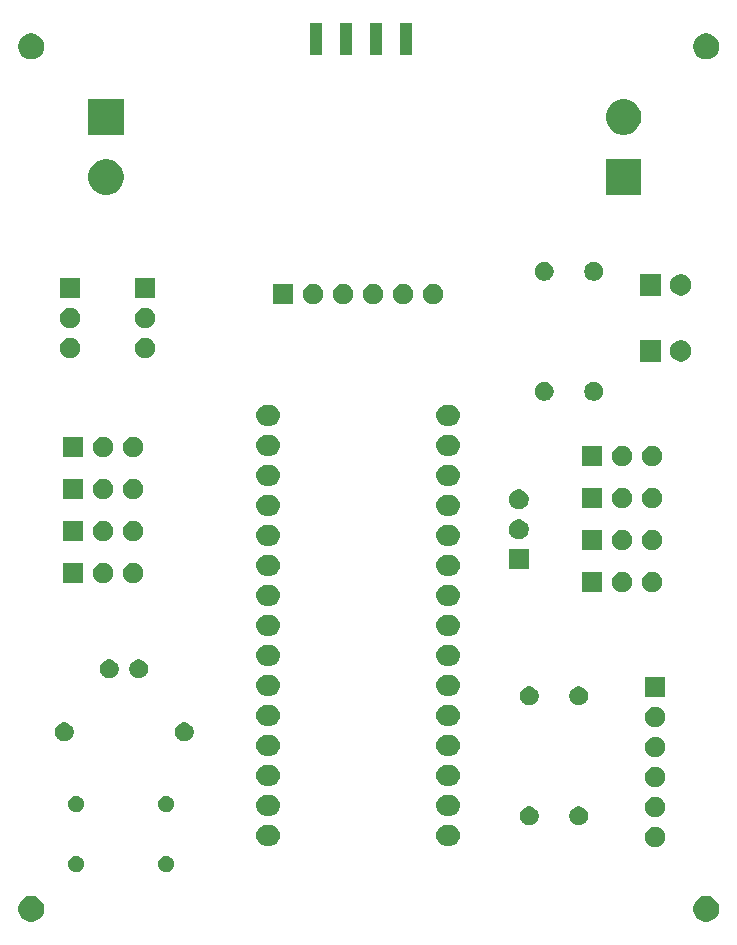
<source format=gbr>
G04 #@! TF.GenerationSoftware,KiCad,Pcbnew,(5.1.5)-3*
G04 #@! TF.CreationDate,2020-01-13T17:27:11+01:00*
G04 #@! TF.ProjectId,MPPT PCB,4d505054-2050-4434-922e-6b696361645f,rev?*
G04 #@! TF.SameCoordinates,Original*
G04 #@! TF.FileFunction,Soldermask,Bot*
G04 #@! TF.FilePolarity,Negative*
%FSLAX46Y46*%
G04 Gerber Fmt 4.6, Leading zero omitted, Abs format (unit mm)*
G04 Created by KiCad (PCBNEW (5.1.5)-3) date 2020-01-13 17:27:11*
%MOMM*%
%LPD*%
G04 APERTURE LIST*
%ADD10C,0.100000*%
G04 APERTURE END LIST*
D10*
G36*
X176850857Y-111972272D02*
G01*
X177051043Y-112055192D01*
X177051045Y-112055193D01*
X177141738Y-112115792D01*
X177231208Y-112175574D01*
X177384426Y-112328792D01*
X177504808Y-112508957D01*
X177587728Y-112709143D01*
X177630000Y-112921658D01*
X177630000Y-113138342D01*
X177587728Y-113350857D01*
X177504808Y-113551043D01*
X177504807Y-113551045D01*
X177384425Y-113731209D01*
X177231209Y-113884425D01*
X177051045Y-114004807D01*
X177051044Y-114004808D01*
X177051043Y-114004808D01*
X176850857Y-114087728D01*
X176638342Y-114130000D01*
X176421658Y-114130000D01*
X176209143Y-114087728D01*
X176008957Y-114004808D01*
X176008956Y-114004808D01*
X176008955Y-114004807D01*
X175828791Y-113884425D01*
X175675575Y-113731209D01*
X175555193Y-113551045D01*
X175555192Y-113551043D01*
X175472272Y-113350857D01*
X175430000Y-113138342D01*
X175430000Y-112921658D01*
X175472272Y-112709143D01*
X175555192Y-112508957D01*
X175675574Y-112328792D01*
X175828792Y-112175574D01*
X175918262Y-112115792D01*
X176008955Y-112055193D01*
X176008957Y-112055192D01*
X176209143Y-111972272D01*
X176421658Y-111930000D01*
X176638342Y-111930000D01*
X176850857Y-111972272D01*
G37*
G36*
X119700857Y-111972272D02*
G01*
X119901043Y-112055192D01*
X119901045Y-112055193D01*
X119991738Y-112115792D01*
X120081208Y-112175574D01*
X120234426Y-112328792D01*
X120354808Y-112508957D01*
X120437728Y-112709143D01*
X120480000Y-112921658D01*
X120480000Y-113138342D01*
X120437728Y-113350857D01*
X120354808Y-113551043D01*
X120354807Y-113551045D01*
X120234425Y-113731209D01*
X120081209Y-113884425D01*
X119901045Y-114004807D01*
X119901044Y-114004808D01*
X119901043Y-114004808D01*
X119700857Y-114087728D01*
X119488342Y-114130000D01*
X119271658Y-114130000D01*
X119059143Y-114087728D01*
X118858957Y-114004808D01*
X118858956Y-114004808D01*
X118858955Y-114004807D01*
X118678791Y-113884425D01*
X118525575Y-113731209D01*
X118405193Y-113551045D01*
X118405192Y-113551043D01*
X118322272Y-113350857D01*
X118280000Y-113138342D01*
X118280000Y-112921658D01*
X118322272Y-112709143D01*
X118405192Y-112508957D01*
X118525574Y-112328792D01*
X118678792Y-112175574D01*
X118768262Y-112115792D01*
X118858955Y-112055193D01*
X118858957Y-112055192D01*
X119059143Y-111972272D01*
X119271658Y-111930000D01*
X119488342Y-111930000D01*
X119700857Y-111972272D01*
G37*
G36*
X123393745Y-108548342D02*
G01*
X123520862Y-108600996D01*
X123520864Y-108600997D01*
X123635268Y-108677439D01*
X123732561Y-108774732D01*
X123809003Y-108889136D01*
X123809004Y-108889138D01*
X123861658Y-109016255D01*
X123888500Y-109151202D01*
X123888500Y-109288798D01*
X123861658Y-109423745D01*
X123809004Y-109550862D01*
X123809003Y-109550864D01*
X123732561Y-109665268D01*
X123635268Y-109762561D01*
X123520864Y-109839003D01*
X123520863Y-109839004D01*
X123520862Y-109839004D01*
X123393745Y-109891658D01*
X123258798Y-109918500D01*
X123121202Y-109918500D01*
X122986255Y-109891658D01*
X122859138Y-109839004D01*
X122859137Y-109839004D01*
X122859136Y-109839003D01*
X122744732Y-109762561D01*
X122647439Y-109665268D01*
X122570997Y-109550864D01*
X122570996Y-109550862D01*
X122518342Y-109423745D01*
X122491500Y-109288798D01*
X122491500Y-109151202D01*
X122518342Y-109016255D01*
X122570996Y-108889138D01*
X122570997Y-108889136D01*
X122647439Y-108774732D01*
X122744732Y-108677439D01*
X122859136Y-108600997D01*
X122859138Y-108600996D01*
X122986255Y-108548342D01*
X123121202Y-108521500D01*
X123258798Y-108521500D01*
X123393745Y-108548342D01*
G37*
G36*
X131013745Y-108548342D02*
G01*
X131140862Y-108600996D01*
X131140864Y-108600997D01*
X131255268Y-108677439D01*
X131352561Y-108774732D01*
X131429003Y-108889136D01*
X131429004Y-108889138D01*
X131481658Y-109016255D01*
X131508500Y-109151202D01*
X131508500Y-109288798D01*
X131481658Y-109423745D01*
X131429004Y-109550862D01*
X131429003Y-109550864D01*
X131352561Y-109665268D01*
X131255268Y-109762561D01*
X131140864Y-109839003D01*
X131140863Y-109839004D01*
X131140862Y-109839004D01*
X131013745Y-109891658D01*
X130878798Y-109918500D01*
X130741202Y-109918500D01*
X130606255Y-109891658D01*
X130479138Y-109839004D01*
X130479137Y-109839004D01*
X130479136Y-109839003D01*
X130364732Y-109762561D01*
X130267439Y-109665268D01*
X130190997Y-109550864D01*
X130190996Y-109550862D01*
X130138342Y-109423745D01*
X130111500Y-109288798D01*
X130111500Y-109151202D01*
X130138342Y-109016255D01*
X130190996Y-108889138D01*
X130190997Y-108889136D01*
X130267439Y-108774732D01*
X130364732Y-108677439D01*
X130479136Y-108600997D01*
X130479138Y-108600996D01*
X130606255Y-108548342D01*
X130741202Y-108521500D01*
X130878798Y-108521500D01*
X131013745Y-108548342D01*
G37*
G36*
X172459935Y-106116664D02*
G01*
X172614624Y-106180739D01*
X172614626Y-106180740D01*
X172753844Y-106273762D01*
X172872238Y-106392156D01*
X172927534Y-106474913D01*
X172965261Y-106531376D01*
X173029336Y-106686065D01*
X173062000Y-106850281D01*
X173062000Y-107017719D01*
X173029336Y-107181935D01*
X172984943Y-107289107D01*
X172965260Y-107336626D01*
X172872238Y-107475844D01*
X172753844Y-107594238D01*
X172614626Y-107687260D01*
X172614625Y-107687261D01*
X172614624Y-107687261D01*
X172459935Y-107751336D01*
X172295719Y-107784000D01*
X172128281Y-107784000D01*
X171964065Y-107751336D01*
X171809376Y-107687261D01*
X171809375Y-107687261D01*
X171809374Y-107687260D01*
X171670156Y-107594238D01*
X171551762Y-107475844D01*
X171458740Y-107336626D01*
X171439057Y-107289107D01*
X171394664Y-107181935D01*
X171362000Y-107017719D01*
X171362000Y-106850281D01*
X171394664Y-106686065D01*
X171458739Y-106531376D01*
X171496466Y-106474913D01*
X171551762Y-106392156D01*
X171670156Y-106273762D01*
X171809374Y-106180740D01*
X171809376Y-106180739D01*
X171964065Y-106116664D01*
X172128281Y-106084000D01*
X172295719Y-106084000D01*
X172459935Y-106116664D01*
G37*
G36*
X154923112Y-105947565D02*
G01*
X155007695Y-105955896D01*
X155170484Y-106005278D01*
X155170487Y-106005279D01*
X155320507Y-106085466D01*
X155320508Y-106085467D01*
X155320512Y-106085469D01*
X155452012Y-106193388D01*
X155559931Y-106324888D01*
X155559933Y-106324892D01*
X155559934Y-106324893D01*
X155640121Y-106474913D01*
X155640122Y-106474916D01*
X155689504Y-106637705D01*
X155706178Y-106807000D01*
X155689504Y-106976295D01*
X155676938Y-107017718D01*
X155640121Y-107139087D01*
X155559934Y-107289107D01*
X155559931Y-107289112D01*
X155452012Y-107420612D01*
X155320512Y-107528531D01*
X155320508Y-107528533D01*
X155320507Y-107528534D01*
X155170487Y-107608721D01*
X155170484Y-107608722D01*
X155007695Y-107658104D01*
X154923112Y-107666435D01*
X154880821Y-107670600D01*
X154491179Y-107670600D01*
X154448888Y-107666435D01*
X154364305Y-107658104D01*
X154201516Y-107608722D01*
X154201513Y-107608721D01*
X154051493Y-107528534D01*
X154051492Y-107528533D01*
X154051488Y-107528531D01*
X153919988Y-107420612D01*
X153812069Y-107289112D01*
X153812066Y-107289107D01*
X153731879Y-107139087D01*
X153695062Y-107017718D01*
X153682496Y-106976295D01*
X153665822Y-106807000D01*
X153682496Y-106637705D01*
X153731878Y-106474916D01*
X153731879Y-106474913D01*
X153812066Y-106324893D01*
X153812067Y-106324892D01*
X153812069Y-106324888D01*
X153919988Y-106193388D01*
X154051488Y-106085469D01*
X154051492Y-106085467D01*
X154051493Y-106085466D01*
X154201513Y-106005279D01*
X154201516Y-106005278D01*
X154364305Y-105955896D01*
X154448888Y-105947565D01*
X154491179Y-105943400D01*
X154880821Y-105943400D01*
X154923112Y-105947565D01*
G37*
G36*
X139683112Y-105947565D02*
G01*
X139767695Y-105955896D01*
X139930484Y-106005278D01*
X139930487Y-106005279D01*
X140080507Y-106085466D01*
X140080508Y-106085467D01*
X140080512Y-106085469D01*
X140212012Y-106193388D01*
X140319931Y-106324888D01*
X140319933Y-106324892D01*
X140319934Y-106324893D01*
X140400121Y-106474913D01*
X140400122Y-106474916D01*
X140449504Y-106637705D01*
X140466178Y-106807000D01*
X140449504Y-106976295D01*
X140436938Y-107017718D01*
X140400121Y-107139087D01*
X140319934Y-107289107D01*
X140319931Y-107289112D01*
X140212012Y-107420612D01*
X140080512Y-107528531D01*
X140080508Y-107528533D01*
X140080507Y-107528534D01*
X139930487Y-107608721D01*
X139930484Y-107608722D01*
X139767695Y-107658104D01*
X139683112Y-107666435D01*
X139640821Y-107670600D01*
X139251179Y-107670600D01*
X139208888Y-107666435D01*
X139124305Y-107658104D01*
X138961516Y-107608722D01*
X138961513Y-107608721D01*
X138811493Y-107528534D01*
X138811492Y-107528533D01*
X138811488Y-107528531D01*
X138679988Y-107420612D01*
X138572069Y-107289112D01*
X138572066Y-107289107D01*
X138491879Y-107139087D01*
X138455062Y-107017718D01*
X138442496Y-106976295D01*
X138425822Y-106807000D01*
X138442496Y-106637705D01*
X138491878Y-106474916D01*
X138491879Y-106474913D01*
X138572066Y-106324893D01*
X138572067Y-106324892D01*
X138572069Y-106324888D01*
X138679988Y-106193388D01*
X138811488Y-106085469D01*
X138811492Y-106085467D01*
X138811493Y-106085466D01*
X138961513Y-106005279D01*
X138961516Y-106005278D01*
X139124305Y-105955896D01*
X139208888Y-105947565D01*
X139251179Y-105943400D01*
X139640821Y-105943400D01*
X139683112Y-105947565D01*
G37*
G36*
X165968351Y-104386743D02*
G01*
X166113941Y-104447048D01*
X166244970Y-104534599D01*
X166356401Y-104646030D01*
X166443952Y-104777059D01*
X166504257Y-104922649D01*
X166535000Y-105077206D01*
X166535000Y-105234794D01*
X166504257Y-105389351D01*
X166443952Y-105534941D01*
X166356401Y-105665970D01*
X166244970Y-105777401D01*
X166113941Y-105864952D01*
X165968351Y-105925257D01*
X165813794Y-105956000D01*
X165656206Y-105956000D01*
X165501649Y-105925257D01*
X165356059Y-105864952D01*
X165225030Y-105777401D01*
X165113599Y-105665970D01*
X165026048Y-105534941D01*
X164965743Y-105389351D01*
X164935000Y-105234794D01*
X164935000Y-105077206D01*
X164965743Y-104922649D01*
X165026048Y-104777059D01*
X165113599Y-104646030D01*
X165225030Y-104534599D01*
X165356059Y-104447048D01*
X165501649Y-104386743D01*
X165656206Y-104356000D01*
X165813794Y-104356000D01*
X165968351Y-104386743D01*
G37*
G36*
X161777351Y-104386743D02*
G01*
X161922941Y-104447048D01*
X162053970Y-104534599D01*
X162165401Y-104646030D01*
X162252952Y-104777059D01*
X162313257Y-104922649D01*
X162344000Y-105077206D01*
X162344000Y-105234794D01*
X162313257Y-105389351D01*
X162252952Y-105534941D01*
X162165401Y-105665970D01*
X162053970Y-105777401D01*
X161922941Y-105864952D01*
X161777351Y-105925257D01*
X161622794Y-105956000D01*
X161465206Y-105956000D01*
X161310649Y-105925257D01*
X161165059Y-105864952D01*
X161034030Y-105777401D01*
X160922599Y-105665970D01*
X160835048Y-105534941D01*
X160774743Y-105389351D01*
X160744000Y-105234794D01*
X160744000Y-105077206D01*
X160774743Y-104922649D01*
X160835048Y-104777059D01*
X160922599Y-104646030D01*
X161034030Y-104534599D01*
X161165059Y-104447048D01*
X161310649Y-104386743D01*
X161465206Y-104356000D01*
X161622794Y-104356000D01*
X161777351Y-104386743D01*
G37*
G36*
X172459935Y-103576664D02*
G01*
X172614624Y-103640739D01*
X172614626Y-103640740D01*
X172753844Y-103733762D01*
X172872238Y-103852156D01*
X172965260Y-103991374D01*
X172965261Y-103991376D01*
X173029336Y-104146065D01*
X173062000Y-104310281D01*
X173062000Y-104477719D01*
X173029336Y-104641935D01*
X172973365Y-104777059D01*
X172965260Y-104796626D01*
X172872238Y-104935844D01*
X172753844Y-105054238D01*
X172614626Y-105147260D01*
X172614625Y-105147261D01*
X172614624Y-105147261D01*
X172459935Y-105211336D01*
X172295719Y-105244000D01*
X172128281Y-105244000D01*
X171964065Y-105211336D01*
X171809376Y-105147261D01*
X171809375Y-105147261D01*
X171809374Y-105147260D01*
X171670156Y-105054238D01*
X171551762Y-104935844D01*
X171458740Y-104796626D01*
X171450635Y-104777059D01*
X171394664Y-104641935D01*
X171362000Y-104477719D01*
X171362000Y-104310281D01*
X171394664Y-104146065D01*
X171458739Y-103991376D01*
X171458740Y-103991374D01*
X171551762Y-103852156D01*
X171670156Y-103733762D01*
X171809374Y-103640740D01*
X171809376Y-103640739D01*
X171964065Y-103576664D01*
X172128281Y-103544000D01*
X172295719Y-103544000D01*
X172459935Y-103576664D01*
G37*
G36*
X139683112Y-103407565D02*
G01*
X139767695Y-103415896D01*
X139930484Y-103465278D01*
X139930487Y-103465279D01*
X140080507Y-103545466D01*
X140080508Y-103545467D01*
X140080512Y-103545469D01*
X140212012Y-103653388D01*
X140319931Y-103784888D01*
X140319933Y-103784892D01*
X140319934Y-103784893D01*
X140400121Y-103934913D01*
X140400122Y-103934916D01*
X140449504Y-104097705D01*
X140466178Y-104267000D01*
X140449504Y-104436295D01*
X140404313Y-104585267D01*
X140400121Y-104599087D01*
X140355503Y-104682561D01*
X140319931Y-104749112D01*
X140212012Y-104880612D01*
X140080512Y-104988531D01*
X140080508Y-104988533D01*
X140080507Y-104988534D01*
X139930487Y-105068721D01*
X139930484Y-105068722D01*
X139767695Y-105118104D01*
X139683112Y-105126435D01*
X139640821Y-105130600D01*
X139251179Y-105130600D01*
X139208888Y-105126435D01*
X139124305Y-105118104D01*
X138961516Y-105068722D01*
X138961513Y-105068721D01*
X138811493Y-104988534D01*
X138811492Y-104988533D01*
X138811488Y-104988531D01*
X138679988Y-104880612D01*
X138572069Y-104749112D01*
X138536497Y-104682561D01*
X138491879Y-104599087D01*
X138487687Y-104585267D01*
X138442496Y-104436295D01*
X138425822Y-104267000D01*
X138442496Y-104097705D01*
X138491878Y-103934916D01*
X138491879Y-103934913D01*
X138572066Y-103784893D01*
X138572067Y-103784892D01*
X138572069Y-103784888D01*
X138679988Y-103653388D01*
X138811488Y-103545469D01*
X138811492Y-103545467D01*
X138811493Y-103545466D01*
X138961513Y-103465279D01*
X138961516Y-103465278D01*
X139124305Y-103415896D01*
X139208888Y-103407565D01*
X139251179Y-103403400D01*
X139640821Y-103403400D01*
X139683112Y-103407565D01*
G37*
G36*
X154923112Y-103407565D02*
G01*
X155007695Y-103415896D01*
X155170484Y-103465278D01*
X155170487Y-103465279D01*
X155320507Y-103545466D01*
X155320508Y-103545467D01*
X155320512Y-103545469D01*
X155452012Y-103653388D01*
X155559931Y-103784888D01*
X155559933Y-103784892D01*
X155559934Y-103784893D01*
X155640121Y-103934913D01*
X155640122Y-103934916D01*
X155689504Y-104097705D01*
X155706178Y-104267000D01*
X155689504Y-104436295D01*
X155644313Y-104585267D01*
X155640121Y-104599087D01*
X155595503Y-104682561D01*
X155559931Y-104749112D01*
X155452012Y-104880612D01*
X155320512Y-104988531D01*
X155320508Y-104988533D01*
X155320507Y-104988534D01*
X155170487Y-105068721D01*
X155170484Y-105068722D01*
X155007695Y-105118104D01*
X154923112Y-105126435D01*
X154880821Y-105130600D01*
X154491179Y-105130600D01*
X154448888Y-105126435D01*
X154364305Y-105118104D01*
X154201516Y-105068722D01*
X154201513Y-105068721D01*
X154051493Y-104988534D01*
X154051492Y-104988533D01*
X154051488Y-104988531D01*
X153919988Y-104880612D01*
X153812069Y-104749112D01*
X153776497Y-104682561D01*
X153731879Y-104599087D01*
X153727687Y-104585267D01*
X153682496Y-104436295D01*
X153665822Y-104267000D01*
X153682496Y-104097705D01*
X153731878Y-103934916D01*
X153731879Y-103934913D01*
X153812066Y-103784893D01*
X153812067Y-103784892D01*
X153812069Y-103784888D01*
X153919988Y-103653388D01*
X154051488Y-103545469D01*
X154051492Y-103545467D01*
X154051493Y-103545466D01*
X154201513Y-103465279D01*
X154201516Y-103465278D01*
X154364305Y-103415896D01*
X154448888Y-103407565D01*
X154491179Y-103403400D01*
X154880821Y-103403400D01*
X154923112Y-103407565D01*
G37*
G36*
X123393745Y-103468342D02*
G01*
X123520862Y-103520996D01*
X123520864Y-103520997D01*
X123635268Y-103597439D01*
X123732561Y-103694732D01*
X123792801Y-103784888D01*
X123809004Y-103809138D01*
X123861658Y-103936255D01*
X123888500Y-104071202D01*
X123888500Y-104208798D01*
X123861658Y-104343745D01*
X123809004Y-104470862D01*
X123809003Y-104470864D01*
X123732561Y-104585268D01*
X123635268Y-104682561D01*
X123520864Y-104759003D01*
X123520863Y-104759004D01*
X123520862Y-104759004D01*
X123393745Y-104811658D01*
X123258798Y-104838500D01*
X123121202Y-104838500D01*
X122986255Y-104811658D01*
X122859138Y-104759004D01*
X122859137Y-104759004D01*
X122859136Y-104759003D01*
X122744732Y-104682561D01*
X122647439Y-104585268D01*
X122570997Y-104470864D01*
X122570996Y-104470862D01*
X122518342Y-104343745D01*
X122491500Y-104208798D01*
X122491500Y-104071202D01*
X122518342Y-103936255D01*
X122570996Y-103809138D01*
X122587199Y-103784888D01*
X122647439Y-103694732D01*
X122744732Y-103597439D01*
X122859136Y-103520997D01*
X122859138Y-103520996D01*
X122986255Y-103468342D01*
X123121202Y-103441500D01*
X123258798Y-103441500D01*
X123393745Y-103468342D01*
G37*
G36*
X131013745Y-103468342D02*
G01*
X131140862Y-103520996D01*
X131140864Y-103520997D01*
X131255268Y-103597439D01*
X131352561Y-103694732D01*
X131412801Y-103784888D01*
X131429004Y-103809138D01*
X131481658Y-103936255D01*
X131508500Y-104071202D01*
X131508500Y-104208798D01*
X131481658Y-104343745D01*
X131429004Y-104470862D01*
X131429003Y-104470864D01*
X131352561Y-104585268D01*
X131255268Y-104682561D01*
X131140864Y-104759003D01*
X131140863Y-104759004D01*
X131140862Y-104759004D01*
X131013745Y-104811658D01*
X130878798Y-104838500D01*
X130741202Y-104838500D01*
X130606255Y-104811658D01*
X130479138Y-104759004D01*
X130479137Y-104759004D01*
X130479136Y-104759003D01*
X130364732Y-104682561D01*
X130267439Y-104585268D01*
X130190997Y-104470864D01*
X130190996Y-104470862D01*
X130138342Y-104343745D01*
X130111500Y-104208798D01*
X130111500Y-104071202D01*
X130138342Y-103936255D01*
X130190996Y-103809138D01*
X130207199Y-103784888D01*
X130267439Y-103694732D01*
X130364732Y-103597439D01*
X130479136Y-103520997D01*
X130479138Y-103520996D01*
X130606255Y-103468342D01*
X130741202Y-103441500D01*
X130878798Y-103441500D01*
X131013745Y-103468342D01*
G37*
G36*
X172459935Y-101036664D02*
G01*
X172614624Y-101100739D01*
X172614626Y-101100740D01*
X172753844Y-101193762D01*
X172872238Y-101312156D01*
X172927534Y-101394913D01*
X172965261Y-101451376D01*
X173029336Y-101606065D01*
X173062000Y-101770281D01*
X173062000Y-101937719D01*
X173029336Y-102101935D01*
X172984943Y-102209107D01*
X172965260Y-102256626D01*
X172872238Y-102395844D01*
X172753844Y-102514238D01*
X172614626Y-102607260D01*
X172614625Y-102607261D01*
X172614624Y-102607261D01*
X172459935Y-102671336D01*
X172295719Y-102704000D01*
X172128281Y-102704000D01*
X171964065Y-102671336D01*
X171809376Y-102607261D01*
X171809375Y-102607261D01*
X171809374Y-102607260D01*
X171670156Y-102514238D01*
X171551762Y-102395844D01*
X171458740Y-102256626D01*
X171439057Y-102209107D01*
X171394664Y-102101935D01*
X171362000Y-101937719D01*
X171362000Y-101770281D01*
X171394664Y-101606065D01*
X171458739Y-101451376D01*
X171496466Y-101394913D01*
X171551762Y-101312156D01*
X171670156Y-101193762D01*
X171809374Y-101100740D01*
X171809376Y-101100739D01*
X171964065Y-101036664D01*
X172128281Y-101004000D01*
X172295719Y-101004000D01*
X172459935Y-101036664D01*
G37*
G36*
X139683112Y-100867565D02*
G01*
X139767695Y-100875896D01*
X139930484Y-100925278D01*
X139930487Y-100925279D01*
X140080507Y-101005466D01*
X140080508Y-101005467D01*
X140080512Y-101005469D01*
X140212012Y-101113388D01*
X140319931Y-101244888D01*
X140319933Y-101244892D01*
X140319934Y-101244893D01*
X140400121Y-101394913D01*
X140400122Y-101394916D01*
X140449504Y-101557705D01*
X140466178Y-101727000D01*
X140449504Y-101896295D01*
X140436938Y-101937718D01*
X140400121Y-102059087D01*
X140319934Y-102209107D01*
X140319931Y-102209112D01*
X140212012Y-102340612D01*
X140080512Y-102448531D01*
X140080508Y-102448533D01*
X140080507Y-102448534D01*
X139930487Y-102528721D01*
X139930484Y-102528722D01*
X139767695Y-102578104D01*
X139683112Y-102586435D01*
X139640821Y-102590600D01*
X139251179Y-102590600D01*
X139208888Y-102586435D01*
X139124305Y-102578104D01*
X138961516Y-102528722D01*
X138961513Y-102528721D01*
X138811493Y-102448534D01*
X138811492Y-102448533D01*
X138811488Y-102448531D01*
X138679988Y-102340612D01*
X138572069Y-102209112D01*
X138572066Y-102209107D01*
X138491879Y-102059087D01*
X138455062Y-101937718D01*
X138442496Y-101896295D01*
X138425822Y-101727000D01*
X138442496Y-101557705D01*
X138491878Y-101394916D01*
X138491879Y-101394913D01*
X138572066Y-101244893D01*
X138572067Y-101244892D01*
X138572069Y-101244888D01*
X138679988Y-101113388D01*
X138811488Y-101005469D01*
X138811492Y-101005467D01*
X138811493Y-101005466D01*
X138961513Y-100925279D01*
X138961516Y-100925278D01*
X139124305Y-100875896D01*
X139208888Y-100867565D01*
X139251179Y-100863400D01*
X139640821Y-100863400D01*
X139683112Y-100867565D01*
G37*
G36*
X154923112Y-100867565D02*
G01*
X155007695Y-100875896D01*
X155170484Y-100925278D01*
X155170487Y-100925279D01*
X155320507Y-101005466D01*
X155320508Y-101005467D01*
X155320512Y-101005469D01*
X155452012Y-101113388D01*
X155559931Y-101244888D01*
X155559933Y-101244892D01*
X155559934Y-101244893D01*
X155640121Y-101394913D01*
X155640122Y-101394916D01*
X155689504Y-101557705D01*
X155706178Y-101727000D01*
X155689504Y-101896295D01*
X155676938Y-101937718D01*
X155640121Y-102059087D01*
X155559934Y-102209107D01*
X155559931Y-102209112D01*
X155452012Y-102340612D01*
X155320512Y-102448531D01*
X155320508Y-102448533D01*
X155320507Y-102448534D01*
X155170487Y-102528721D01*
X155170484Y-102528722D01*
X155007695Y-102578104D01*
X154923112Y-102586435D01*
X154880821Y-102590600D01*
X154491179Y-102590600D01*
X154448888Y-102586435D01*
X154364305Y-102578104D01*
X154201516Y-102528722D01*
X154201513Y-102528721D01*
X154051493Y-102448534D01*
X154051492Y-102448533D01*
X154051488Y-102448531D01*
X153919988Y-102340612D01*
X153812069Y-102209112D01*
X153812066Y-102209107D01*
X153731879Y-102059087D01*
X153695062Y-101937718D01*
X153682496Y-101896295D01*
X153665822Y-101727000D01*
X153682496Y-101557705D01*
X153731878Y-101394916D01*
X153731879Y-101394913D01*
X153812066Y-101244893D01*
X153812067Y-101244892D01*
X153812069Y-101244888D01*
X153919988Y-101113388D01*
X154051488Y-101005469D01*
X154051492Y-101005467D01*
X154051493Y-101005466D01*
X154201513Y-100925279D01*
X154201516Y-100925278D01*
X154364305Y-100875896D01*
X154448888Y-100867565D01*
X154491179Y-100863400D01*
X154880821Y-100863400D01*
X154923112Y-100867565D01*
G37*
G36*
X172459935Y-98496664D02*
G01*
X172598282Y-98553970D01*
X172614626Y-98560740D01*
X172753844Y-98653762D01*
X172872238Y-98772156D01*
X172920242Y-98844000D01*
X172965261Y-98911376D01*
X173029336Y-99066065D01*
X173062000Y-99230281D01*
X173062000Y-99397719D01*
X173029336Y-99561935D01*
X172984943Y-99669107D01*
X172965260Y-99716626D01*
X172872238Y-99855844D01*
X172753844Y-99974238D01*
X172614626Y-100067260D01*
X172614625Y-100067261D01*
X172614624Y-100067261D01*
X172459935Y-100131336D01*
X172295719Y-100164000D01*
X172128281Y-100164000D01*
X171964065Y-100131336D01*
X171809376Y-100067261D01*
X171809375Y-100067261D01*
X171809374Y-100067260D01*
X171670156Y-99974238D01*
X171551762Y-99855844D01*
X171458740Y-99716626D01*
X171439057Y-99669107D01*
X171394664Y-99561935D01*
X171362000Y-99397719D01*
X171362000Y-99230281D01*
X171394664Y-99066065D01*
X171458739Y-98911376D01*
X171503758Y-98844000D01*
X171551762Y-98772156D01*
X171670156Y-98653762D01*
X171809374Y-98560740D01*
X171825718Y-98553970D01*
X171964065Y-98496664D01*
X172128281Y-98464000D01*
X172295719Y-98464000D01*
X172459935Y-98496664D01*
G37*
G36*
X154923112Y-98327565D02*
G01*
X155007695Y-98335896D01*
X155170484Y-98385278D01*
X155170487Y-98385279D01*
X155320507Y-98465466D01*
X155320508Y-98465467D01*
X155320512Y-98465469D01*
X155452012Y-98573388D01*
X155559931Y-98704888D01*
X155559933Y-98704892D01*
X155559934Y-98704893D01*
X155640121Y-98854913D01*
X155640122Y-98854916D01*
X155689504Y-99017705D01*
X155706178Y-99187000D01*
X155689504Y-99356295D01*
X155676938Y-99397718D01*
X155640121Y-99519087D01*
X155559934Y-99669107D01*
X155559931Y-99669112D01*
X155452012Y-99800612D01*
X155320512Y-99908531D01*
X155320508Y-99908533D01*
X155320507Y-99908534D01*
X155170487Y-99988721D01*
X155170484Y-99988722D01*
X155007695Y-100038104D01*
X154923112Y-100046435D01*
X154880821Y-100050600D01*
X154491179Y-100050600D01*
X154448888Y-100046435D01*
X154364305Y-100038104D01*
X154201516Y-99988722D01*
X154201513Y-99988721D01*
X154051493Y-99908534D01*
X154051492Y-99908533D01*
X154051488Y-99908531D01*
X153919988Y-99800612D01*
X153812069Y-99669112D01*
X153812066Y-99669107D01*
X153731879Y-99519087D01*
X153695062Y-99397718D01*
X153682496Y-99356295D01*
X153665822Y-99187000D01*
X153682496Y-99017705D01*
X153731878Y-98854916D01*
X153731879Y-98854913D01*
X153812066Y-98704893D01*
X153812067Y-98704892D01*
X153812069Y-98704888D01*
X153919988Y-98573388D01*
X154051488Y-98465469D01*
X154051492Y-98465467D01*
X154051493Y-98465466D01*
X154201513Y-98385279D01*
X154201516Y-98385278D01*
X154364305Y-98335896D01*
X154448888Y-98327565D01*
X154491179Y-98323400D01*
X154880821Y-98323400D01*
X154923112Y-98327565D01*
G37*
G36*
X139683112Y-98327565D02*
G01*
X139767695Y-98335896D01*
X139930484Y-98385278D01*
X139930487Y-98385279D01*
X140080507Y-98465466D01*
X140080508Y-98465467D01*
X140080512Y-98465469D01*
X140212012Y-98573388D01*
X140319931Y-98704888D01*
X140319933Y-98704892D01*
X140319934Y-98704893D01*
X140400121Y-98854913D01*
X140400122Y-98854916D01*
X140449504Y-99017705D01*
X140466178Y-99187000D01*
X140449504Y-99356295D01*
X140436938Y-99397718D01*
X140400121Y-99519087D01*
X140319934Y-99669107D01*
X140319931Y-99669112D01*
X140212012Y-99800612D01*
X140080512Y-99908531D01*
X140080508Y-99908533D01*
X140080507Y-99908534D01*
X139930487Y-99988721D01*
X139930484Y-99988722D01*
X139767695Y-100038104D01*
X139683112Y-100046435D01*
X139640821Y-100050600D01*
X139251179Y-100050600D01*
X139208888Y-100046435D01*
X139124305Y-100038104D01*
X138961516Y-99988722D01*
X138961513Y-99988721D01*
X138811493Y-99908534D01*
X138811492Y-99908533D01*
X138811488Y-99908531D01*
X138679988Y-99800612D01*
X138572069Y-99669112D01*
X138572066Y-99669107D01*
X138491879Y-99519087D01*
X138455062Y-99397718D01*
X138442496Y-99356295D01*
X138425822Y-99187000D01*
X138442496Y-99017705D01*
X138491878Y-98854916D01*
X138491879Y-98854913D01*
X138572066Y-98704893D01*
X138572067Y-98704892D01*
X138572069Y-98704888D01*
X138679988Y-98573388D01*
X138811488Y-98465469D01*
X138811492Y-98465467D01*
X138811493Y-98465466D01*
X138961513Y-98385279D01*
X138961516Y-98385278D01*
X139124305Y-98335896D01*
X139208888Y-98327565D01*
X139251179Y-98323400D01*
X139640821Y-98323400D01*
X139683112Y-98327565D01*
G37*
G36*
X122407351Y-97274743D02*
G01*
X122552941Y-97335048D01*
X122683970Y-97422599D01*
X122795401Y-97534030D01*
X122882952Y-97665059D01*
X122943257Y-97810649D01*
X122974000Y-97965206D01*
X122974000Y-98122794D01*
X122943257Y-98277351D01*
X122882952Y-98422941D01*
X122795401Y-98553970D01*
X122683970Y-98665401D01*
X122552941Y-98752952D01*
X122407351Y-98813257D01*
X122252794Y-98844000D01*
X122095206Y-98844000D01*
X121940649Y-98813257D01*
X121795059Y-98752952D01*
X121664030Y-98665401D01*
X121552599Y-98553970D01*
X121465048Y-98422941D01*
X121404743Y-98277351D01*
X121374000Y-98122794D01*
X121374000Y-97965206D01*
X121404743Y-97810649D01*
X121465048Y-97665059D01*
X121552599Y-97534030D01*
X121664030Y-97422599D01*
X121795059Y-97335048D01*
X121940649Y-97274743D01*
X122095206Y-97244000D01*
X122252794Y-97244000D01*
X122407351Y-97274743D01*
G37*
G36*
X132567351Y-97274743D02*
G01*
X132712941Y-97335048D01*
X132843970Y-97422599D01*
X132955401Y-97534030D01*
X133042952Y-97665059D01*
X133103257Y-97810649D01*
X133134000Y-97965206D01*
X133134000Y-98122794D01*
X133103257Y-98277351D01*
X133042952Y-98422941D01*
X132955401Y-98553970D01*
X132843970Y-98665401D01*
X132712941Y-98752952D01*
X132567351Y-98813257D01*
X132412794Y-98844000D01*
X132255206Y-98844000D01*
X132100649Y-98813257D01*
X131955059Y-98752952D01*
X131824030Y-98665401D01*
X131712599Y-98553970D01*
X131625048Y-98422941D01*
X131564743Y-98277351D01*
X131534000Y-98122794D01*
X131534000Y-97965206D01*
X131564743Y-97810649D01*
X131625048Y-97665059D01*
X131712599Y-97534030D01*
X131824030Y-97422599D01*
X131955059Y-97335048D01*
X132100649Y-97274743D01*
X132255206Y-97244000D01*
X132412794Y-97244000D01*
X132567351Y-97274743D01*
G37*
G36*
X172459935Y-95956664D02*
G01*
X172614624Y-96020739D01*
X172614626Y-96020740D01*
X172753844Y-96113762D01*
X172872238Y-96232156D01*
X172927534Y-96314913D01*
X172965261Y-96371376D01*
X173029336Y-96526065D01*
X173062000Y-96690281D01*
X173062000Y-96857719D01*
X173029336Y-97021935D01*
X172984943Y-97129107D01*
X172965260Y-97176626D01*
X172872238Y-97315844D01*
X172753844Y-97434238D01*
X172614626Y-97527260D01*
X172614625Y-97527261D01*
X172614624Y-97527261D01*
X172459935Y-97591336D01*
X172295719Y-97624000D01*
X172128281Y-97624000D01*
X171964065Y-97591336D01*
X171809376Y-97527261D01*
X171809375Y-97527261D01*
X171809374Y-97527260D01*
X171670156Y-97434238D01*
X171551762Y-97315844D01*
X171458740Y-97176626D01*
X171439057Y-97129107D01*
X171394664Y-97021935D01*
X171362000Y-96857719D01*
X171362000Y-96690281D01*
X171394664Y-96526065D01*
X171458739Y-96371376D01*
X171496466Y-96314913D01*
X171551762Y-96232156D01*
X171670156Y-96113762D01*
X171809374Y-96020740D01*
X171809376Y-96020739D01*
X171964065Y-95956664D01*
X172128281Y-95924000D01*
X172295719Y-95924000D01*
X172459935Y-95956664D01*
G37*
G36*
X154923112Y-95787565D02*
G01*
X155007695Y-95795896D01*
X155170484Y-95845278D01*
X155170487Y-95845279D01*
X155320507Y-95925466D01*
X155320508Y-95925467D01*
X155320512Y-95925469D01*
X155452012Y-96033388D01*
X155559931Y-96164888D01*
X155559933Y-96164892D01*
X155559934Y-96164893D01*
X155640121Y-96314913D01*
X155640122Y-96314916D01*
X155689504Y-96477705D01*
X155706178Y-96647000D01*
X155689504Y-96816295D01*
X155676938Y-96857718D01*
X155640121Y-96979087D01*
X155559934Y-97129107D01*
X155559931Y-97129112D01*
X155452012Y-97260612D01*
X155320512Y-97368531D01*
X155320508Y-97368533D01*
X155320507Y-97368534D01*
X155170487Y-97448721D01*
X155170484Y-97448722D01*
X155007695Y-97498104D01*
X154923112Y-97506435D01*
X154880821Y-97510600D01*
X154491179Y-97510600D01*
X154448888Y-97506435D01*
X154364305Y-97498104D01*
X154201516Y-97448722D01*
X154201513Y-97448721D01*
X154051493Y-97368534D01*
X154051492Y-97368533D01*
X154051488Y-97368531D01*
X153919988Y-97260612D01*
X153812069Y-97129112D01*
X153812066Y-97129107D01*
X153731879Y-96979087D01*
X153695062Y-96857718D01*
X153682496Y-96816295D01*
X153665822Y-96647000D01*
X153682496Y-96477705D01*
X153731878Y-96314916D01*
X153731879Y-96314913D01*
X153812066Y-96164893D01*
X153812067Y-96164892D01*
X153812069Y-96164888D01*
X153919988Y-96033388D01*
X154051488Y-95925469D01*
X154051492Y-95925467D01*
X154051493Y-95925466D01*
X154201513Y-95845279D01*
X154201516Y-95845278D01*
X154364305Y-95795896D01*
X154448888Y-95787565D01*
X154491179Y-95783400D01*
X154880821Y-95783400D01*
X154923112Y-95787565D01*
G37*
G36*
X139683112Y-95787565D02*
G01*
X139767695Y-95795896D01*
X139930484Y-95845278D01*
X139930487Y-95845279D01*
X140080507Y-95925466D01*
X140080508Y-95925467D01*
X140080512Y-95925469D01*
X140212012Y-96033388D01*
X140319931Y-96164888D01*
X140319933Y-96164892D01*
X140319934Y-96164893D01*
X140400121Y-96314913D01*
X140400122Y-96314916D01*
X140449504Y-96477705D01*
X140466178Y-96647000D01*
X140449504Y-96816295D01*
X140436938Y-96857718D01*
X140400121Y-96979087D01*
X140319934Y-97129107D01*
X140319931Y-97129112D01*
X140212012Y-97260612D01*
X140080512Y-97368531D01*
X140080508Y-97368533D01*
X140080507Y-97368534D01*
X139930487Y-97448721D01*
X139930484Y-97448722D01*
X139767695Y-97498104D01*
X139683112Y-97506435D01*
X139640821Y-97510600D01*
X139251179Y-97510600D01*
X139208888Y-97506435D01*
X139124305Y-97498104D01*
X138961516Y-97448722D01*
X138961513Y-97448721D01*
X138811493Y-97368534D01*
X138811492Y-97368533D01*
X138811488Y-97368531D01*
X138679988Y-97260612D01*
X138572069Y-97129112D01*
X138572066Y-97129107D01*
X138491879Y-96979087D01*
X138455062Y-96857718D01*
X138442496Y-96816295D01*
X138425822Y-96647000D01*
X138442496Y-96477705D01*
X138491878Y-96314916D01*
X138491879Y-96314913D01*
X138572066Y-96164893D01*
X138572067Y-96164892D01*
X138572069Y-96164888D01*
X138679988Y-96033388D01*
X138811488Y-95925469D01*
X138811492Y-95925467D01*
X138811493Y-95925466D01*
X138961513Y-95845279D01*
X138961516Y-95845278D01*
X139124305Y-95795896D01*
X139208888Y-95787565D01*
X139251179Y-95783400D01*
X139640821Y-95783400D01*
X139683112Y-95787565D01*
G37*
G36*
X161777351Y-94226743D02*
G01*
X161922941Y-94287048D01*
X162053970Y-94374599D01*
X162165401Y-94486030D01*
X162252952Y-94617059D01*
X162313257Y-94762649D01*
X162344000Y-94917206D01*
X162344000Y-95074794D01*
X162313257Y-95229351D01*
X162252952Y-95374941D01*
X162165401Y-95505970D01*
X162053970Y-95617401D01*
X161922941Y-95704952D01*
X161777351Y-95765257D01*
X161622794Y-95796000D01*
X161465206Y-95796000D01*
X161310649Y-95765257D01*
X161165059Y-95704952D01*
X161034030Y-95617401D01*
X160922599Y-95505970D01*
X160835048Y-95374941D01*
X160774743Y-95229351D01*
X160744000Y-95074794D01*
X160744000Y-94917206D01*
X160774743Y-94762649D01*
X160835048Y-94617059D01*
X160922599Y-94486030D01*
X161034030Y-94374599D01*
X161165059Y-94287048D01*
X161310649Y-94226743D01*
X161465206Y-94196000D01*
X161622794Y-94196000D01*
X161777351Y-94226743D01*
G37*
G36*
X165968351Y-94226743D02*
G01*
X166113941Y-94287048D01*
X166244970Y-94374599D01*
X166356401Y-94486030D01*
X166443952Y-94617059D01*
X166504257Y-94762649D01*
X166535000Y-94917206D01*
X166535000Y-95074794D01*
X166504257Y-95229351D01*
X166443952Y-95374941D01*
X166356401Y-95505970D01*
X166244970Y-95617401D01*
X166113941Y-95704952D01*
X165968351Y-95765257D01*
X165813794Y-95796000D01*
X165656206Y-95796000D01*
X165501649Y-95765257D01*
X165356059Y-95704952D01*
X165225030Y-95617401D01*
X165113599Y-95505970D01*
X165026048Y-95374941D01*
X164965743Y-95229351D01*
X164935000Y-95074794D01*
X164935000Y-94917206D01*
X164965743Y-94762649D01*
X165026048Y-94617059D01*
X165113599Y-94486030D01*
X165225030Y-94374599D01*
X165356059Y-94287048D01*
X165501649Y-94226743D01*
X165656206Y-94196000D01*
X165813794Y-94196000D01*
X165968351Y-94226743D01*
G37*
G36*
X173062000Y-95084000D02*
G01*
X171362000Y-95084000D01*
X171362000Y-93384000D01*
X173062000Y-93384000D01*
X173062000Y-95084000D01*
G37*
G36*
X154923112Y-93247565D02*
G01*
X155007695Y-93255896D01*
X155170484Y-93305278D01*
X155170487Y-93305279D01*
X155320507Y-93385466D01*
X155320508Y-93385467D01*
X155320512Y-93385469D01*
X155452012Y-93493388D01*
X155559931Y-93624888D01*
X155559933Y-93624892D01*
X155559934Y-93624893D01*
X155640121Y-93774913D01*
X155640122Y-93774916D01*
X155689504Y-93937705D01*
X155706178Y-94107000D01*
X155689504Y-94276295D01*
X155640122Y-94439084D01*
X155640121Y-94439087D01*
X155559934Y-94589107D01*
X155559931Y-94589112D01*
X155452012Y-94720612D01*
X155320512Y-94828531D01*
X155320508Y-94828533D01*
X155320507Y-94828534D01*
X155170487Y-94908721D01*
X155170484Y-94908722D01*
X155007695Y-94958104D01*
X154923112Y-94966435D01*
X154880821Y-94970600D01*
X154491179Y-94970600D01*
X154448888Y-94966435D01*
X154364305Y-94958104D01*
X154201516Y-94908722D01*
X154201513Y-94908721D01*
X154051493Y-94828534D01*
X154051492Y-94828533D01*
X154051488Y-94828531D01*
X153919988Y-94720612D01*
X153812069Y-94589112D01*
X153812066Y-94589107D01*
X153731879Y-94439087D01*
X153731878Y-94439084D01*
X153682496Y-94276295D01*
X153665822Y-94107000D01*
X153682496Y-93937705D01*
X153731878Y-93774916D01*
X153731879Y-93774913D01*
X153812066Y-93624893D01*
X153812067Y-93624892D01*
X153812069Y-93624888D01*
X153919988Y-93493388D01*
X154051488Y-93385469D01*
X154051492Y-93385467D01*
X154051493Y-93385466D01*
X154201513Y-93305279D01*
X154201516Y-93305278D01*
X154364305Y-93255896D01*
X154448888Y-93247565D01*
X154491179Y-93243400D01*
X154880821Y-93243400D01*
X154923112Y-93247565D01*
G37*
G36*
X139683112Y-93247565D02*
G01*
X139767695Y-93255896D01*
X139930484Y-93305278D01*
X139930487Y-93305279D01*
X140080507Y-93385466D01*
X140080508Y-93385467D01*
X140080512Y-93385469D01*
X140212012Y-93493388D01*
X140319931Y-93624888D01*
X140319933Y-93624892D01*
X140319934Y-93624893D01*
X140400121Y-93774913D01*
X140400122Y-93774916D01*
X140449504Y-93937705D01*
X140466178Y-94107000D01*
X140449504Y-94276295D01*
X140400122Y-94439084D01*
X140400121Y-94439087D01*
X140319934Y-94589107D01*
X140319931Y-94589112D01*
X140212012Y-94720612D01*
X140080512Y-94828531D01*
X140080508Y-94828533D01*
X140080507Y-94828534D01*
X139930487Y-94908721D01*
X139930484Y-94908722D01*
X139767695Y-94958104D01*
X139683112Y-94966435D01*
X139640821Y-94970600D01*
X139251179Y-94970600D01*
X139208888Y-94966435D01*
X139124305Y-94958104D01*
X138961516Y-94908722D01*
X138961513Y-94908721D01*
X138811493Y-94828534D01*
X138811492Y-94828533D01*
X138811488Y-94828531D01*
X138679988Y-94720612D01*
X138572069Y-94589112D01*
X138572066Y-94589107D01*
X138491879Y-94439087D01*
X138491878Y-94439084D01*
X138442496Y-94276295D01*
X138425822Y-94107000D01*
X138442496Y-93937705D01*
X138491878Y-93774916D01*
X138491879Y-93774913D01*
X138572066Y-93624893D01*
X138572067Y-93624892D01*
X138572069Y-93624888D01*
X138679988Y-93493388D01*
X138811488Y-93385469D01*
X138811492Y-93385467D01*
X138811493Y-93385466D01*
X138961513Y-93305279D01*
X138961516Y-93305278D01*
X139124305Y-93255896D01*
X139208888Y-93247565D01*
X139251179Y-93243400D01*
X139640821Y-93243400D01*
X139683112Y-93247565D01*
G37*
G36*
X128717351Y-91940743D02*
G01*
X128862941Y-92001048D01*
X128993970Y-92088599D01*
X129105401Y-92200030D01*
X129192952Y-92331059D01*
X129253257Y-92476649D01*
X129284000Y-92631206D01*
X129284000Y-92788794D01*
X129253257Y-92943351D01*
X129192952Y-93088941D01*
X129105401Y-93219970D01*
X128993970Y-93331401D01*
X128862941Y-93418952D01*
X128717351Y-93479257D01*
X128562794Y-93510000D01*
X128405206Y-93510000D01*
X128250649Y-93479257D01*
X128105059Y-93418952D01*
X127974030Y-93331401D01*
X127862599Y-93219970D01*
X127775048Y-93088941D01*
X127714743Y-92943351D01*
X127684000Y-92788794D01*
X127684000Y-92631206D01*
X127714743Y-92476649D01*
X127775048Y-92331059D01*
X127862599Y-92200030D01*
X127974030Y-92088599D01*
X128105059Y-92001048D01*
X128250649Y-91940743D01*
X128405206Y-91910000D01*
X128562794Y-91910000D01*
X128717351Y-91940743D01*
G37*
G36*
X126217351Y-91940743D02*
G01*
X126362941Y-92001048D01*
X126493970Y-92088599D01*
X126605401Y-92200030D01*
X126692952Y-92331059D01*
X126753257Y-92476649D01*
X126784000Y-92631206D01*
X126784000Y-92788794D01*
X126753257Y-92943351D01*
X126692952Y-93088941D01*
X126605401Y-93219970D01*
X126493970Y-93331401D01*
X126362941Y-93418952D01*
X126217351Y-93479257D01*
X126062794Y-93510000D01*
X125905206Y-93510000D01*
X125750649Y-93479257D01*
X125605059Y-93418952D01*
X125474030Y-93331401D01*
X125362599Y-93219970D01*
X125275048Y-93088941D01*
X125214743Y-92943351D01*
X125184000Y-92788794D01*
X125184000Y-92631206D01*
X125214743Y-92476649D01*
X125275048Y-92331059D01*
X125362599Y-92200030D01*
X125474030Y-92088599D01*
X125605059Y-92001048D01*
X125750649Y-91940743D01*
X125905206Y-91910000D01*
X126062794Y-91910000D01*
X126217351Y-91940743D01*
G37*
G36*
X154923112Y-90707565D02*
G01*
X155007695Y-90715896D01*
X155170484Y-90765278D01*
X155170487Y-90765279D01*
X155320507Y-90845466D01*
X155320508Y-90845467D01*
X155320512Y-90845469D01*
X155452012Y-90953388D01*
X155559931Y-91084888D01*
X155559933Y-91084892D01*
X155559934Y-91084893D01*
X155640121Y-91234913D01*
X155640122Y-91234916D01*
X155689504Y-91397705D01*
X155706178Y-91567000D01*
X155689504Y-91736295D01*
X155640122Y-91899084D01*
X155640121Y-91899087D01*
X155585622Y-92001048D01*
X155559931Y-92049112D01*
X155452012Y-92180612D01*
X155320512Y-92288531D01*
X155320508Y-92288533D01*
X155320507Y-92288534D01*
X155170487Y-92368721D01*
X155170484Y-92368722D01*
X155007695Y-92418104D01*
X154923112Y-92426435D01*
X154880821Y-92430600D01*
X154491179Y-92430600D01*
X154448888Y-92426435D01*
X154364305Y-92418104D01*
X154201516Y-92368722D01*
X154201513Y-92368721D01*
X154051493Y-92288534D01*
X154051492Y-92288533D01*
X154051488Y-92288531D01*
X153919988Y-92180612D01*
X153812069Y-92049112D01*
X153786378Y-92001048D01*
X153731879Y-91899087D01*
X153731878Y-91899084D01*
X153682496Y-91736295D01*
X153665822Y-91567000D01*
X153682496Y-91397705D01*
X153731878Y-91234916D01*
X153731879Y-91234913D01*
X153812066Y-91084893D01*
X153812067Y-91084892D01*
X153812069Y-91084888D01*
X153919988Y-90953388D01*
X154051488Y-90845469D01*
X154051492Y-90845467D01*
X154051493Y-90845466D01*
X154201513Y-90765279D01*
X154201516Y-90765278D01*
X154364305Y-90715896D01*
X154448888Y-90707565D01*
X154491179Y-90703400D01*
X154880821Y-90703400D01*
X154923112Y-90707565D01*
G37*
G36*
X139683112Y-90707565D02*
G01*
X139767695Y-90715896D01*
X139930484Y-90765278D01*
X139930487Y-90765279D01*
X140080507Y-90845466D01*
X140080508Y-90845467D01*
X140080512Y-90845469D01*
X140212012Y-90953388D01*
X140319931Y-91084888D01*
X140319933Y-91084892D01*
X140319934Y-91084893D01*
X140400121Y-91234913D01*
X140400122Y-91234916D01*
X140449504Y-91397705D01*
X140466178Y-91567000D01*
X140449504Y-91736295D01*
X140400122Y-91899084D01*
X140400121Y-91899087D01*
X140345622Y-92001048D01*
X140319931Y-92049112D01*
X140212012Y-92180612D01*
X140080512Y-92288531D01*
X140080508Y-92288533D01*
X140080507Y-92288534D01*
X139930487Y-92368721D01*
X139930484Y-92368722D01*
X139767695Y-92418104D01*
X139683112Y-92426435D01*
X139640821Y-92430600D01*
X139251179Y-92430600D01*
X139208888Y-92426435D01*
X139124305Y-92418104D01*
X138961516Y-92368722D01*
X138961513Y-92368721D01*
X138811493Y-92288534D01*
X138811492Y-92288533D01*
X138811488Y-92288531D01*
X138679988Y-92180612D01*
X138572069Y-92049112D01*
X138546378Y-92001048D01*
X138491879Y-91899087D01*
X138491878Y-91899084D01*
X138442496Y-91736295D01*
X138425822Y-91567000D01*
X138442496Y-91397705D01*
X138491878Y-91234916D01*
X138491879Y-91234913D01*
X138572066Y-91084893D01*
X138572067Y-91084892D01*
X138572069Y-91084888D01*
X138679988Y-90953388D01*
X138811488Y-90845469D01*
X138811492Y-90845467D01*
X138811493Y-90845466D01*
X138961513Y-90765279D01*
X138961516Y-90765278D01*
X139124305Y-90715896D01*
X139208888Y-90707565D01*
X139251179Y-90703400D01*
X139640821Y-90703400D01*
X139683112Y-90707565D01*
G37*
G36*
X154923112Y-88167565D02*
G01*
X155007695Y-88175896D01*
X155170484Y-88225278D01*
X155170487Y-88225279D01*
X155320507Y-88305466D01*
X155320508Y-88305467D01*
X155320512Y-88305469D01*
X155452012Y-88413388D01*
X155559931Y-88544888D01*
X155559933Y-88544892D01*
X155559934Y-88544893D01*
X155640121Y-88694913D01*
X155640122Y-88694916D01*
X155689504Y-88857705D01*
X155706178Y-89027000D01*
X155689504Y-89196295D01*
X155640122Y-89359084D01*
X155640121Y-89359087D01*
X155559934Y-89509107D01*
X155559931Y-89509112D01*
X155452012Y-89640612D01*
X155320512Y-89748531D01*
X155320508Y-89748533D01*
X155320507Y-89748534D01*
X155170487Y-89828721D01*
X155170484Y-89828722D01*
X155007695Y-89878104D01*
X154923112Y-89886435D01*
X154880821Y-89890600D01*
X154491179Y-89890600D01*
X154448888Y-89886435D01*
X154364305Y-89878104D01*
X154201516Y-89828722D01*
X154201513Y-89828721D01*
X154051493Y-89748534D01*
X154051492Y-89748533D01*
X154051488Y-89748531D01*
X153919988Y-89640612D01*
X153812069Y-89509112D01*
X153812066Y-89509107D01*
X153731879Y-89359087D01*
X153731878Y-89359084D01*
X153682496Y-89196295D01*
X153665822Y-89027000D01*
X153682496Y-88857705D01*
X153731878Y-88694916D01*
X153731879Y-88694913D01*
X153812066Y-88544893D01*
X153812067Y-88544892D01*
X153812069Y-88544888D01*
X153919988Y-88413388D01*
X154051488Y-88305469D01*
X154051492Y-88305467D01*
X154051493Y-88305466D01*
X154201513Y-88225279D01*
X154201516Y-88225278D01*
X154364305Y-88175896D01*
X154448888Y-88167565D01*
X154491179Y-88163400D01*
X154880821Y-88163400D01*
X154923112Y-88167565D01*
G37*
G36*
X139683112Y-88167565D02*
G01*
X139767695Y-88175896D01*
X139930484Y-88225278D01*
X139930487Y-88225279D01*
X140080507Y-88305466D01*
X140080508Y-88305467D01*
X140080512Y-88305469D01*
X140212012Y-88413388D01*
X140319931Y-88544888D01*
X140319933Y-88544892D01*
X140319934Y-88544893D01*
X140400121Y-88694913D01*
X140400122Y-88694916D01*
X140449504Y-88857705D01*
X140466178Y-89027000D01*
X140449504Y-89196295D01*
X140400122Y-89359084D01*
X140400121Y-89359087D01*
X140319934Y-89509107D01*
X140319931Y-89509112D01*
X140212012Y-89640612D01*
X140080512Y-89748531D01*
X140080508Y-89748533D01*
X140080507Y-89748534D01*
X139930487Y-89828721D01*
X139930484Y-89828722D01*
X139767695Y-89878104D01*
X139683112Y-89886435D01*
X139640821Y-89890600D01*
X139251179Y-89890600D01*
X139208888Y-89886435D01*
X139124305Y-89878104D01*
X138961516Y-89828722D01*
X138961513Y-89828721D01*
X138811493Y-89748534D01*
X138811492Y-89748533D01*
X138811488Y-89748531D01*
X138679988Y-89640612D01*
X138572069Y-89509112D01*
X138572066Y-89509107D01*
X138491879Y-89359087D01*
X138491878Y-89359084D01*
X138442496Y-89196295D01*
X138425822Y-89027000D01*
X138442496Y-88857705D01*
X138491878Y-88694916D01*
X138491879Y-88694913D01*
X138572066Y-88544893D01*
X138572067Y-88544892D01*
X138572069Y-88544888D01*
X138679988Y-88413388D01*
X138811488Y-88305469D01*
X138811492Y-88305467D01*
X138811493Y-88305466D01*
X138961513Y-88225279D01*
X138961516Y-88225278D01*
X139124305Y-88175896D01*
X139208888Y-88167565D01*
X139251179Y-88163400D01*
X139640821Y-88163400D01*
X139683112Y-88167565D01*
G37*
G36*
X154923112Y-85627565D02*
G01*
X155007695Y-85635896D01*
X155170484Y-85685278D01*
X155170487Y-85685279D01*
X155320507Y-85765466D01*
X155320508Y-85765467D01*
X155320512Y-85765469D01*
X155452012Y-85873388D01*
X155559931Y-86004888D01*
X155559933Y-86004892D01*
X155559934Y-86004893D01*
X155640121Y-86154913D01*
X155640122Y-86154916D01*
X155689504Y-86317705D01*
X155706178Y-86487000D01*
X155689504Y-86656295D01*
X155640122Y-86819084D01*
X155640121Y-86819087D01*
X155559934Y-86969107D01*
X155559931Y-86969112D01*
X155452012Y-87100612D01*
X155320512Y-87208531D01*
X155320508Y-87208533D01*
X155320507Y-87208534D01*
X155170487Y-87288721D01*
X155170484Y-87288722D01*
X155007695Y-87338104D01*
X154923112Y-87346435D01*
X154880821Y-87350600D01*
X154491179Y-87350600D01*
X154448888Y-87346435D01*
X154364305Y-87338104D01*
X154201516Y-87288722D01*
X154201513Y-87288721D01*
X154051493Y-87208534D01*
X154051492Y-87208533D01*
X154051488Y-87208531D01*
X153919988Y-87100612D01*
X153812069Y-86969112D01*
X153812066Y-86969107D01*
X153731879Y-86819087D01*
X153731878Y-86819084D01*
X153682496Y-86656295D01*
X153665822Y-86487000D01*
X153682496Y-86317705D01*
X153731878Y-86154916D01*
X153731879Y-86154913D01*
X153812066Y-86004893D01*
X153812067Y-86004892D01*
X153812069Y-86004888D01*
X153919988Y-85873388D01*
X154051488Y-85765469D01*
X154051492Y-85765467D01*
X154051493Y-85765466D01*
X154201513Y-85685279D01*
X154201516Y-85685278D01*
X154364305Y-85635896D01*
X154448888Y-85627565D01*
X154491179Y-85623400D01*
X154880821Y-85623400D01*
X154923112Y-85627565D01*
G37*
G36*
X139683112Y-85627565D02*
G01*
X139767695Y-85635896D01*
X139930484Y-85685278D01*
X139930487Y-85685279D01*
X140080507Y-85765466D01*
X140080508Y-85765467D01*
X140080512Y-85765469D01*
X140212012Y-85873388D01*
X140319931Y-86004888D01*
X140319933Y-86004892D01*
X140319934Y-86004893D01*
X140400121Y-86154913D01*
X140400122Y-86154916D01*
X140449504Y-86317705D01*
X140466178Y-86487000D01*
X140449504Y-86656295D01*
X140400122Y-86819084D01*
X140400121Y-86819087D01*
X140319934Y-86969107D01*
X140319931Y-86969112D01*
X140212012Y-87100612D01*
X140080512Y-87208531D01*
X140080508Y-87208533D01*
X140080507Y-87208534D01*
X139930487Y-87288721D01*
X139930484Y-87288722D01*
X139767695Y-87338104D01*
X139683112Y-87346435D01*
X139640821Y-87350600D01*
X139251179Y-87350600D01*
X139208888Y-87346435D01*
X139124305Y-87338104D01*
X138961516Y-87288722D01*
X138961513Y-87288721D01*
X138811493Y-87208534D01*
X138811492Y-87208533D01*
X138811488Y-87208531D01*
X138679988Y-87100612D01*
X138572069Y-86969112D01*
X138572066Y-86969107D01*
X138491879Y-86819087D01*
X138491878Y-86819084D01*
X138442496Y-86656295D01*
X138425822Y-86487000D01*
X138442496Y-86317705D01*
X138491878Y-86154916D01*
X138491879Y-86154913D01*
X138572066Y-86004893D01*
X138572067Y-86004892D01*
X138572069Y-86004888D01*
X138679988Y-85873388D01*
X138811488Y-85765469D01*
X138811492Y-85765467D01*
X138811493Y-85765466D01*
X138961513Y-85685279D01*
X138961516Y-85685278D01*
X139124305Y-85635896D01*
X139208888Y-85627565D01*
X139251179Y-85623400D01*
X139640821Y-85623400D01*
X139683112Y-85627565D01*
G37*
G36*
X167728000Y-86194000D02*
G01*
X166028000Y-86194000D01*
X166028000Y-84494000D01*
X167728000Y-84494000D01*
X167728000Y-86194000D01*
G37*
G36*
X169665935Y-84526664D02*
G01*
X169820624Y-84590739D01*
X169820626Y-84590740D01*
X169959844Y-84683762D01*
X170078238Y-84802156D01*
X170171260Y-84941374D01*
X170171261Y-84941376D01*
X170235336Y-85096065D01*
X170268000Y-85260281D01*
X170268000Y-85427719D01*
X170235336Y-85591935D01*
X170196671Y-85685279D01*
X170171260Y-85746626D01*
X170078238Y-85885844D01*
X169959844Y-86004238D01*
X169820626Y-86097260D01*
X169820625Y-86097261D01*
X169820624Y-86097261D01*
X169665935Y-86161336D01*
X169501719Y-86194000D01*
X169334281Y-86194000D01*
X169170065Y-86161336D01*
X169015376Y-86097261D01*
X169015375Y-86097261D01*
X169015374Y-86097260D01*
X168876156Y-86004238D01*
X168757762Y-85885844D01*
X168664740Y-85746626D01*
X168639329Y-85685279D01*
X168600664Y-85591935D01*
X168568000Y-85427719D01*
X168568000Y-85260281D01*
X168600664Y-85096065D01*
X168664739Y-84941376D01*
X168664740Y-84941374D01*
X168757762Y-84802156D01*
X168876156Y-84683762D01*
X169015374Y-84590740D01*
X169015376Y-84590739D01*
X169170065Y-84526664D01*
X169334281Y-84494000D01*
X169501719Y-84494000D01*
X169665935Y-84526664D01*
G37*
G36*
X172205935Y-84526664D02*
G01*
X172360624Y-84590739D01*
X172360626Y-84590740D01*
X172499844Y-84683762D01*
X172618238Y-84802156D01*
X172711260Y-84941374D01*
X172711261Y-84941376D01*
X172775336Y-85096065D01*
X172808000Y-85260281D01*
X172808000Y-85427719D01*
X172775336Y-85591935D01*
X172736671Y-85685279D01*
X172711260Y-85746626D01*
X172618238Y-85885844D01*
X172499844Y-86004238D01*
X172360626Y-86097260D01*
X172360625Y-86097261D01*
X172360624Y-86097261D01*
X172205935Y-86161336D01*
X172041719Y-86194000D01*
X171874281Y-86194000D01*
X171710065Y-86161336D01*
X171555376Y-86097261D01*
X171555375Y-86097261D01*
X171555374Y-86097260D01*
X171416156Y-86004238D01*
X171297762Y-85885844D01*
X171204740Y-85746626D01*
X171179329Y-85685279D01*
X171140664Y-85591935D01*
X171108000Y-85427719D01*
X171108000Y-85260281D01*
X171140664Y-85096065D01*
X171204739Y-84941376D01*
X171204740Y-84941374D01*
X171297762Y-84802156D01*
X171416156Y-84683762D01*
X171555374Y-84590740D01*
X171555376Y-84590739D01*
X171710065Y-84526664D01*
X171874281Y-84494000D01*
X172041719Y-84494000D01*
X172205935Y-84526664D01*
G37*
G36*
X128263935Y-83764664D02*
G01*
X128418624Y-83828739D01*
X128418626Y-83828740D01*
X128557844Y-83921762D01*
X128676238Y-84040156D01*
X128727112Y-84116295D01*
X128769261Y-84179376D01*
X128833336Y-84334065D01*
X128866000Y-84498281D01*
X128866000Y-84665719D01*
X128833336Y-84829935D01*
X128787176Y-84941374D01*
X128769260Y-84984626D01*
X128676238Y-85123844D01*
X128557844Y-85242238D01*
X128418626Y-85335260D01*
X128418625Y-85335261D01*
X128418624Y-85335261D01*
X128263935Y-85399336D01*
X128099719Y-85432000D01*
X127932281Y-85432000D01*
X127768065Y-85399336D01*
X127613376Y-85335261D01*
X127613375Y-85335261D01*
X127613374Y-85335260D01*
X127474156Y-85242238D01*
X127355762Y-85123844D01*
X127262740Y-84984626D01*
X127244824Y-84941374D01*
X127198664Y-84829935D01*
X127166000Y-84665719D01*
X127166000Y-84498281D01*
X127198664Y-84334065D01*
X127262739Y-84179376D01*
X127304888Y-84116295D01*
X127355762Y-84040156D01*
X127474156Y-83921762D01*
X127613374Y-83828740D01*
X127613376Y-83828739D01*
X127768065Y-83764664D01*
X127932281Y-83732000D01*
X128099719Y-83732000D01*
X128263935Y-83764664D01*
G37*
G36*
X123786000Y-85432000D02*
G01*
X122086000Y-85432000D01*
X122086000Y-83732000D01*
X123786000Y-83732000D01*
X123786000Y-85432000D01*
G37*
G36*
X125723935Y-83764664D02*
G01*
X125878624Y-83828739D01*
X125878626Y-83828740D01*
X126017844Y-83921762D01*
X126136238Y-84040156D01*
X126187112Y-84116295D01*
X126229261Y-84179376D01*
X126293336Y-84334065D01*
X126326000Y-84498281D01*
X126326000Y-84665719D01*
X126293336Y-84829935D01*
X126247176Y-84941374D01*
X126229260Y-84984626D01*
X126136238Y-85123844D01*
X126017844Y-85242238D01*
X125878626Y-85335260D01*
X125878625Y-85335261D01*
X125878624Y-85335261D01*
X125723935Y-85399336D01*
X125559719Y-85432000D01*
X125392281Y-85432000D01*
X125228065Y-85399336D01*
X125073376Y-85335261D01*
X125073375Y-85335261D01*
X125073374Y-85335260D01*
X124934156Y-85242238D01*
X124815762Y-85123844D01*
X124722740Y-84984626D01*
X124704824Y-84941374D01*
X124658664Y-84829935D01*
X124626000Y-84665719D01*
X124626000Y-84498281D01*
X124658664Y-84334065D01*
X124722739Y-84179376D01*
X124764888Y-84116295D01*
X124815762Y-84040156D01*
X124934156Y-83921762D01*
X125073374Y-83828740D01*
X125073376Y-83828739D01*
X125228065Y-83764664D01*
X125392281Y-83732000D01*
X125559719Y-83732000D01*
X125723935Y-83764664D01*
G37*
G36*
X154923112Y-83087565D02*
G01*
X155007695Y-83095896D01*
X155170484Y-83145278D01*
X155170487Y-83145279D01*
X155320507Y-83225466D01*
X155320508Y-83225467D01*
X155320512Y-83225469D01*
X155452012Y-83333388D01*
X155559931Y-83464888D01*
X155559933Y-83464892D01*
X155559934Y-83464893D01*
X155640121Y-83614913D01*
X155640122Y-83614916D01*
X155689504Y-83777705D01*
X155706178Y-83947000D01*
X155689504Y-84116295D01*
X155670369Y-84179374D01*
X155640121Y-84279087D01*
X155559934Y-84429107D01*
X155559931Y-84429112D01*
X155452012Y-84560612D01*
X155320512Y-84668531D01*
X155320508Y-84668533D01*
X155320507Y-84668534D01*
X155170487Y-84748721D01*
X155170484Y-84748722D01*
X155007695Y-84798104D01*
X154923112Y-84806435D01*
X154880821Y-84810600D01*
X154491179Y-84810600D01*
X154448888Y-84806435D01*
X154364305Y-84798104D01*
X154201516Y-84748722D01*
X154201513Y-84748721D01*
X154051493Y-84668534D01*
X154051492Y-84668533D01*
X154051488Y-84668531D01*
X153919988Y-84560612D01*
X153812069Y-84429112D01*
X153812066Y-84429107D01*
X153731879Y-84279087D01*
X153701631Y-84179374D01*
X153682496Y-84116295D01*
X153665822Y-83947000D01*
X153682496Y-83777705D01*
X153731878Y-83614916D01*
X153731879Y-83614913D01*
X153812066Y-83464893D01*
X153812067Y-83464892D01*
X153812069Y-83464888D01*
X153919988Y-83333388D01*
X154051488Y-83225469D01*
X154051492Y-83225467D01*
X154051493Y-83225466D01*
X154201513Y-83145279D01*
X154201516Y-83145278D01*
X154364305Y-83095896D01*
X154448888Y-83087565D01*
X154491179Y-83083400D01*
X154880821Y-83083400D01*
X154923112Y-83087565D01*
G37*
G36*
X139683112Y-83087565D02*
G01*
X139767695Y-83095896D01*
X139930484Y-83145278D01*
X139930487Y-83145279D01*
X140080507Y-83225466D01*
X140080508Y-83225467D01*
X140080512Y-83225469D01*
X140212012Y-83333388D01*
X140319931Y-83464888D01*
X140319933Y-83464892D01*
X140319934Y-83464893D01*
X140400121Y-83614913D01*
X140400122Y-83614916D01*
X140449504Y-83777705D01*
X140466178Y-83947000D01*
X140449504Y-84116295D01*
X140430369Y-84179374D01*
X140400121Y-84279087D01*
X140319934Y-84429107D01*
X140319931Y-84429112D01*
X140212012Y-84560612D01*
X140080512Y-84668531D01*
X140080508Y-84668533D01*
X140080507Y-84668534D01*
X139930487Y-84748721D01*
X139930484Y-84748722D01*
X139767695Y-84798104D01*
X139683112Y-84806435D01*
X139640821Y-84810600D01*
X139251179Y-84810600D01*
X139208888Y-84806435D01*
X139124305Y-84798104D01*
X138961516Y-84748722D01*
X138961513Y-84748721D01*
X138811493Y-84668534D01*
X138811492Y-84668533D01*
X138811488Y-84668531D01*
X138679988Y-84560612D01*
X138572069Y-84429112D01*
X138572066Y-84429107D01*
X138491879Y-84279087D01*
X138461631Y-84179374D01*
X138442496Y-84116295D01*
X138425822Y-83947000D01*
X138442496Y-83777705D01*
X138491878Y-83614916D01*
X138491879Y-83614913D01*
X138572066Y-83464893D01*
X138572067Y-83464892D01*
X138572069Y-83464888D01*
X138679988Y-83333388D01*
X138811488Y-83225469D01*
X138811492Y-83225467D01*
X138811493Y-83225466D01*
X138961513Y-83145279D01*
X138961516Y-83145278D01*
X139124305Y-83095896D01*
X139208888Y-83087565D01*
X139251179Y-83083400D01*
X139640821Y-83083400D01*
X139683112Y-83087565D01*
G37*
G36*
X161505000Y-84289000D02*
G01*
X159805000Y-84289000D01*
X159805000Y-82589000D01*
X161505000Y-82589000D01*
X161505000Y-84289000D01*
G37*
G36*
X172205935Y-80970664D02*
G01*
X172360624Y-81034739D01*
X172360626Y-81034740D01*
X172499844Y-81127762D01*
X172618238Y-81246156D01*
X172711260Y-81385374D01*
X172711261Y-81385376D01*
X172775336Y-81540065D01*
X172808000Y-81704281D01*
X172808000Y-81871719D01*
X172775336Y-82035935D01*
X172711261Y-82190624D01*
X172711260Y-82190626D01*
X172618238Y-82329844D01*
X172499844Y-82448238D01*
X172360626Y-82541260D01*
X172360625Y-82541261D01*
X172360624Y-82541261D01*
X172205935Y-82605336D01*
X172041719Y-82638000D01*
X171874281Y-82638000D01*
X171710065Y-82605336D01*
X171555376Y-82541261D01*
X171555375Y-82541261D01*
X171555374Y-82541260D01*
X171416156Y-82448238D01*
X171297762Y-82329844D01*
X171204740Y-82190626D01*
X171204739Y-82190624D01*
X171140664Y-82035935D01*
X171108000Y-81871719D01*
X171108000Y-81704281D01*
X171140664Y-81540065D01*
X171204739Y-81385376D01*
X171204740Y-81385374D01*
X171297762Y-81246156D01*
X171416156Y-81127762D01*
X171555374Y-81034740D01*
X171555376Y-81034739D01*
X171710065Y-80970664D01*
X171874281Y-80938000D01*
X172041719Y-80938000D01*
X172205935Y-80970664D01*
G37*
G36*
X169665935Y-80970664D02*
G01*
X169820624Y-81034739D01*
X169820626Y-81034740D01*
X169959844Y-81127762D01*
X170078238Y-81246156D01*
X170171260Y-81385374D01*
X170171261Y-81385376D01*
X170235336Y-81540065D01*
X170268000Y-81704281D01*
X170268000Y-81871719D01*
X170235336Y-82035935D01*
X170171261Y-82190624D01*
X170171260Y-82190626D01*
X170078238Y-82329844D01*
X169959844Y-82448238D01*
X169820626Y-82541260D01*
X169820625Y-82541261D01*
X169820624Y-82541261D01*
X169665935Y-82605336D01*
X169501719Y-82638000D01*
X169334281Y-82638000D01*
X169170065Y-82605336D01*
X169015376Y-82541261D01*
X169015375Y-82541261D01*
X169015374Y-82541260D01*
X168876156Y-82448238D01*
X168757762Y-82329844D01*
X168664740Y-82190626D01*
X168664739Y-82190624D01*
X168600664Y-82035935D01*
X168568000Y-81871719D01*
X168568000Y-81704281D01*
X168600664Y-81540065D01*
X168664739Y-81385376D01*
X168664740Y-81385374D01*
X168757762Y-81246156D01*
X168876156Y-81127762D01*
X169015374Y-81034740D01*
X169015376Y-81034739D01*
X169170065Y-80970664D01*
X169334281Y-80938000D01*
X169501719Y-80938000D01*
X169665935Y-80970664D01*
G37*
G36*
X167728000Y-82638000D02*
G01*
X166028000Y-82638000D01*
X166028000Y-80938000D01*
X167728000Y-80938000D01*
X167728000Y-82638000D01*
G37*
G36*
X139683112Y-80547565D02*
G01*
X139767695Y-80555896D01*
X139930484Y-80605278D01*
X139930487Y-80605279D01*
X140080507Y-80685466D01*
X140080508Y-80685467D01*
X140080512Y-80685469D01*
X140212012Y-80793388D01*
X140319931Y-80924888D01*
X140319933Y-80924892D01*
X140319934Y-80924893D01*
X140400121Y-81074913D01*
X140400122Y-81074916D01*
X140449504Y-81237705D01*
X140466178Y-81407000D01*
X140449504Y-81576295D01*
X140400122Y-81739084D01*
X140400121Y-81739087D01*
X140319934Y-81889107D01*
X140319931Y-81889112D01*
X140212012Y-82020612D01*
X140080512Y-82128531D01*
X140080508Y-82128533D01*
X140080507Y-82128534D01*
X139930487Y-82208721D01*
X139930484Y-82208722D01*
X139767695Y-82258104D01*
X139683112Y-82266435D01*
X139640821Y-82270600D01*
X139251179Y-82270600D01*
X139208888Y-82266435D01*
X139124305Y-82258104D01*
X138961516Y-82208722D01*
X138961513Y-82208721D01*
X138811493Y-82128534D01*
X138811492Y-82128533D01*
X138811488Y-82128531D01*
X138679988Y-82020612D01*
X138572069Y-81889112D01*
X138572066Y-81889107D01*
X138491879Y-81739087D01*
X138491878Y-81739084D01*
X138442496Y-81576295D01*
X138425822Y-81407000D01*
X138442496Y-81237705D01*
X138491878Y-81074916D01*
X138491879Y-81074913D01*
X138572066Y-80924893D01*
X138572067Y-80924892D01*
X138572069Y-80924888D01*
X138679988Y-80793388D01*
X138811488Y-80685469D01*
X138811492Y-80685467D01*
X138811493Y-80685466D01*
X138961513Y-80605279D01*
X138961516Y-80605278D01*
X139124305Y-80555896D01*
X139208888Y-80547565D01*
X139251179Y-80543400D01*
X139640821Y-80543400D01*
X139683112Y-80547565D01*
G37*
G36*
X154923112Y-80547565D02*
G01*
X155007695Y-80555896D01*
X155170484Y-80605278D01*
X155170487Y-80605279D01*
X155320507Y-80685466D01*
X155320508Y-80685467D01*
X155320512Y-80685469D01*
X155452012Y-80793388D01*
X155559931Y-80924888D01*
X155559933Y-80924892D01*
X155559934Y-80924893D01*
X155640121Y-81074913D01*
X155640122Y-81074916D01*
X155689504Y-81237705D01*
X155706178Y-81407000D01*
X155689504Y-81576295D01*
X155640122Y-81739084D01*
X155640121Y-81739087D01*
X155559934Y-81889107D01*
X155559931Y-81889112D01*
X155452012Y-82020612D01*
X155320512Y-82128531D01*
X155320508Y-82128533D01*
X155320507Y-82128534D01*
X155170487Y-82208721D01*
X155170484Y-82208722D01*
X155007695Y-82258104D01*
X154923112Y-82266435D01*
X154880821Y-82270600D01*
X154491179Y-82270600D01*
X154448888Y-82266435D01*
X154364305Y-82258104D01*
X154201516Y-82208722D01*
X154201513Y-82208721D01*
X154051493Y-82128534D01*
X154051492Y-82128533D01*
X154051488Y-82128531D01*
X153919988Y-82020612D01*
X153812069Y-81889112D01*
X153812066Y-81889107D01*
X153731879Y-81739087D01*
X153731878Y-81739084D01*
X153682496Y-81576295D01*
X153665822Y-81407000D01*
X153682496Y-81237705D01*
X153731878Y-81074916D01*
X153731879Y-81074913D01*
X153812066Y-80924893D01*
X153812067Y-80924892D01*
X153812069Y-80924888D01*
X153919988Y-80793388D01*
X154051488Y-80685469D01*
X154051492Y-80685467D01*
X154051493Y-80685466D01*
X154201513Y-80605279D01*
X154201516Y-80605278D01*
X154364305Y-80555896D01*
X154448888Y-80547565D01*
X154491179Y-80543400D01*
X154880821Y-80543400D01*
X154923112Y-80547565D01*
G37*
G36*
X123786000Y-81876000D02*
G01*
X122086000Y-81876000D01*
X122086000Y-80176000D01*
X123786000Y-80176000D01*
X123786000Y-81876000D01*
G37*
G36*
X128263935Y-80208664D02*
G01*
X128418624Y-80272739D01*
X128418626Y-80272740D01*
X128557844Y-80365762D01*
X128676238Y-80484156D01*
X128757169Y-80605279D01*
X128769261Y-80623376D01*
X128833336Y-80778065D01*
X128866000Y-80942281D01*
X128866000Y-81109719D01*
X128833336Y-81273935D01*
X128787176Y-81385374D01*
X128769260Y-81428626D01*
X128676238Y-81567844D01*
X128557844Y-81686238D01*
X128418626Y-81779260D01*
X128418625Y-81779261D01*
X128418624Y-81779261D01*
X128263935Y-81843336D01*
X128099719Y-81876000D01*
X127932281Y-81876000D01*
X127768065Y-81843336D01*
X127613376Y-81779261D01*
X127613375Y-81779261D01*
X127613374Y-81779260D01*
X127474156Y-81686238D01*
X127355762Y-81567844D01*
X127262740Y-81428626D01*
X127244824Y-81385374D01*
X127198664Y-81273935D01*
X127166000Y-81109719D01*
X127166000Y-80942281D01*
X127198664Y-80778065D01*
X127262739Y-80623376D01*
X127274831Y-80605279D01*
X127355762Y-80484156D01*
X127474156Y-80365762D01*
X127613374Y-80272740D01*
X127613376Y-80272739D01*
X127768065Y-80208664D01*
X127932281Y-80176000D01*
X128099719Y-80176000D01*
X128263935Y-80208664D01*
G37*
G36*
X125723935Y-80208664D02*
G01*
X125878624Y-80272739D01*
X125878626Y-80272740D01*
X126017844Y-80365762D01*
X126136238Y-80484156D01*
X126217169Y-80605279D01*
X126229261Y-80623376D01*
X126293336Y-80778065D01*
X126326000Y-80942281D01*
X126326000Y-81109719D01*
X126293336Y-81273935D01*
X126247176Y-81385374D01*
X126229260Y-81428626D01*
X126136238Y-81567844D01*
X126017844Y-81686238D01*
X125878626Y-81779260D01*
X125878625Y-81779261D01*
X125878624Y-81779261D01*
X125723935Y-81843336D01*
X125559719Y-81876000D01*
X125392281Y-81876000D01*
X125228065Y-81843336D01*
X125073376Y-81779261D01*
X125073375Y-81779261D01*
X125073374Y-81779260D01*
X124934156Y-81686238D01*
X124815762Y-81567844D01*
X124722740Y-81428626D01*
X124704824Y-81385374D01*
X124658664Y-81273935D01*
X124626000Y-81109719D01*
X124626000Y-80942281D01*
X124658664Y-80778065D01*
X124722739Y-80623376D01*
X124734831Y-80605279D01*
X124815762Y-80484156D01*
X124934156Y-80365762D01*
X125073374Y-80272740D01*
X125073376Y-80272739D01*
X125228065Y-80208664D01*
X125392281Y-80176000D01*
X125559719Y-80176000D01*
X125723935Y-80208664D01*
G37*
G36*
X160902935Y-80081664D02*
G01*
X161057624Y-80145739D01*
X161057626Y-80145740D01*
X161196844Y-80238762D01*
X161315238Y-80357156D01*
X161320988Y-80365762D01*
X161408261Y-80496376D01*
X161472336Y-80651065D01*
X161505000Y-80815281D01*
X161505000Y-80982719D01*
X161472336Y-81146935D01*
X161431237Y-81246156D01*
X161408260Y-81301626D01*
X161315238Y-81440844D01*
X161196844Y-81559238D01*
X161057626Y-81652260D01*
X161057625Y-81652261D01*
X161057624Y-81652261D01*
X160902935Y-81716336D01*
X160738719Y-81749000D01*
X160571281Y-81749000D01*
X160407065Y-81716336D01*
X160252376Y-81652261D01*
X160252375Y-81652261D01*
X160252374Y-81652260D01*
X160113156Y-81559238D01*
X159994762Y-81440844D01*
X159901740Y-81301626D01*
X159878763Y-81246156D01*
X159837664Y-81146935D01*
X159805000Y-80982719D01*
X159805000Y-80815281D01*
X159837664Y-80651065D01*
X159901739Y-80496376D01*
X159989012Y-80365762D01*
X159994762Y-80357156D01*
X160113156Y-80238762D01*
X160252374Y-80145740D01*
X160252376Y-80145739D01*
X160407065Y-80081664D01*
X160571281Y-80049000D01*
X160738719Y-80049000D01*
X160902935Y-80081664D01*
G37*
G36*
X139683112Y-78007565D02*
G01*
X139767695Y-78015896D01*
X139930484Y-78065278D01*
X139930487Y-78065279D01*
X140080507Y-78145466D01*
X140080508Y-78145467D01*
X140080512Y-78145469D01*
X140212012Y-78253388D01*
X140319931Y-78384888D01*
X140319933Y-78384892D01*
X140319934Y-78384893D01*
X140400121Y-78534913D01*
X140400122Y-78534916D01*
X140449504Y-78697705D01*
X140466178Y-78867000D01*
X140449504Y-79036295D01*
X140400122Y-79199084D01*
X140400121Y-79199087D01*
X140394822Y-79209000D01*
X140319931Y-79349112D01*
X140212012Y-79480612D01*
X140080512Y-79588531D01*
X140080508Y-79588533D01*
X140080507Y-79588534D01*
X139930487Y-79668721D01*
X139930484Y-79668722D01*
X139767695Y-79718104D01*
X139683112Y-79726435D01*
X139640821Y-79730600D01*
X139251179Y-79730600D01*
X139208888Y-79726435D01*
X139124305Y-79718104D01*
X138961516Y-79668722D01*
X138961513Y-79668721D01*
X138811493Y-79588534D01*
X138811492Y-79588533D01*
X138811488Y-79588531D01*
X138679988Y-79480612D01*
X138572069Y-79349112D01*
X138497178Y-79209000D01*
X138491879Y-79199087D01*
X138491878Y-79199084D01*
X138442496Y-79036295D01*
X138425822Y-78867000D01*
X138442496Y-78697705D01*
X138491878Y-78534916D01*
X138491879Y-78534913D01*
X138572066Y-78384893D01*
X138572067Y-78384892D01*
X138572069Y-78384888D01*
X138679988Y-78253388D01*
X138811488Y-78145469D01*
X138811492Y-78145467D01*
X138811493Y-78145466D01*
X138961513Y-78065279D01*
X138961516Y-78065278D01*
X139124305Y-78015896D01*
X139208888Y-78007565D01*
X139251179Y-78003400D01*
X139640821Y-78003400D01*
X139683112Y-78007565D01*
G37*
G36*
X154923112Y-78007565D02*
G01*
X155007695Y-78015896D01*
X155170484Y-78065278D01*
X155170487Y-78065279D01*
X155320507Y-78145466D01*
X155320508Y-78145467D01*
X155320512Y-78145469D01*
X155452012Y-78253388D01*
X155559931Y-78384888D01*
X155559933Y-78384892D01*
X155559934Y-78384893D01*
X155640121Y-78534913D01*
X155640122Y-78534916D01*
X155689504Y-78697705D01*
X155706178Y-78867000D01*
X155689504Y-79036295D01*
X155640122Y-79199084D01*
X155640121Y-79199087D01*
X155634822Y-79209000D01*
X155559931Y-79349112D01*
X155452012Y-79480612D01*
X155320512Y-79588531D01*
X155320508Y-79588533D01*
X155320507Y-79588534D01*
X155170487Y-79668721D01*
X155170484Y-79668722D01*
X155007695Y-79718104D01*
X154923112Y-79726435D01*
X154880821Y-79730600D01*
X154491179Y-79730600D01*
X154448888Y-79726435D01*
X154364305Y-79718104D01*
X154201516Y-79668722D01*
X154201513Y-79668721D01*
X154051493Y-79588534D01*
X154051492Y-79588533D01*
X154051488Y-79588531D01*
X153919988Y-79480612D01*
X153812069Y-79349112D01*
X153737178Y-79209000D01*
X153731879Y-79199087D01*
X153731878Y-79199084D01*
X153682496Y-79036295D01*
X153665822Y-78867000D01*
X153682496Y-78697705D01*
X153731878Y-78534916D01*
X153731879Y-78534913D01*
X153812066Y-78384893D01*
X153812067Y-78384892D01*
X153812069Y-78384888D01*
X153919988Y-78253388D01*
X154051488Y-78145469D01*
X154051492Y-78145467D01*
X154051493Y-78145466D01*
X154201513Y-78065279D01*
X154201516Y-78065278D01*
X154364305Y-78015896D01*
X154448888Y-78007565D01*
X154491179Y-78003400D01*
X154880821Y-78003400D01*
X154923112Y-78007565D01*
G37*
G36*
X160902935Y-77541664D02*
G01*
X161057624Y-77605739D01*
X161057626Y-77605740D01*
X161196844Y-77698762D01*
X161315238Y-77817156D01*
X161408260Y-77956374D01*
X161408261Y-77956376D01*
X161472336Y-78111065D01*
X161505000Y-78275281D01*
X161505000Y-78442719D01*
X161472336Y-78606935D01*
X161408261Y-78761624D01*
X161408260Y-78761626D01*
X161315238Y-78900844D01*
X161196844Y-79019238D01*
X161057626Y-79112260D01*
X161057625Y-79112261D01*
X161057624Y-79112261D01*
X160902935Y-79176336D01*
X160738719Y-79209000D01*
X160571281Y-79209000D01*
X160407065Y-79176336D01*
X160252376Y-79112261D01*
X160252375Y-79112261D01*
X160252374Y-79112260D01*
X160113156Y-79019238D01*
X159994762Y-78900844D01*
X159901740Y-78761626D01*
X159901739Y-78761624D01*
X159837664Y-78606935D01*
X159805000Y-78442719D01*
X159805000Y-78275281D01*
X159837664Y-78111065D01*
X159901739Y-77956376D01*
X159901740Y-77956374D01*
X159994762Y-77817156D01*
X160113156Y-77698762D01*
X160252374Y-77605740D01*
X160252376Y-77605739D01*
X160407065Y-77541664D01*
X160571281Y-77509000D01*
X160738719Y-77509000D01*
X160902935Y-77541664D01*
G37*
G36*
X172205935Y-77414664D02*
G01*
X172360624Y-77478739D01*
X172360626Y-77478740D01*
X172499844Y-77571762D01*
X172618238Y-77690156D01*
X172703096Y-77817156D01*
X172711261Y-77829376D01*
X172775336Y-77984065D01*
X172808000Y-78148281D01*
X172808000Y-78315719D01*
X172775336Y-78479935D01*
X172722730Y-78606935D01*
X172711260Y-78634626D01*
X172618238Y-78773844D01*
X172499844Y-78892238D01*
X172360626Y-78985260D01*
X172360625Y-78985261D01*
X172360624Y-78985261D01*
X172205935Y-79049336D01*
X172041719Y-79082000D01*
X171874281Y-79082000D01*
X171710065Y-79049336D01*
X171555376Y-78985261D01*
X171555375Y-78985261D01*
X171555374Y-78985260D01*
X171416156Y-78892238D01*
X171297762Y-78773844D01*
X171204740Y-78634626D01*
X171193270Y-78606935D01*
X171140664Y-78479935D01*
X171108000Y-78315719D01*
X171108000Y-78148281D01*
X171140664Y-77984065D01*
X171204739Y-77829376D01*
X171212904Y-77817156D01*
X171297762Y-77690156D01*
X171416156Y-77571762D01*
X171555374Y-77478740D01*
X171555376Y-77478739D01*
X171710065Y-77414664D01*
X171874281Y-77382000D01*
X172041719Y-77382000D01*
X172205935Y-77414664D01*
G37*
G36*
X169665935Y-77414664D02*
G01*
X169820624Y-77478739D01*
X169820626Y-77478740D01*
X169959844Y-77571762D01*
X170078238Y-77690156D01*
X170163096Y-77817156D01*
X170171261Y-77829376D01*
X170235336Y-77984065D01*
X170268000Y-78148281D01*
X170268000Y-78315719D01*
X170235336Y-78479935D01*
X170182730Y-78606935D01*
X170171260Y-78634626D01*
X170078238Y-78773844D01*
X169959844Y-78892238D01*
X169820626Y-78985260D01*
X169820625Y-78985261D01*
X169820624Y-78985261D01*
X169665935Y-79049336D01*
X169501719Y-79082000D01*
X169334281Y-79082000D01*
X169170065Y-79049336D01*
X169015376Y-78985261D01*
X169015375Y-78985261D01*
X169015374Y-78985260D01*
X168876156Y-78892238D01*
X168757762Y-78773844D01*
X168664740Y-78634626D01*
X168653270Y-78606935D01*
X168600664Y-78479935D01*
X168568000Y-78315719D01*
X168568000Y-78148281D01*
X168600664Y-77984065D01*
X168664739Y-77829376D01*
X168672904Y-77817156D01*
X168757762Y-77690156D01*
X168876156Y-77571762D01*
X169015374Y-77478740D01*
X169015376Y-77478739D01*
X169170065Y-77414664D01*
X169334281Y-77382000D01*
X169501719Y-77382000D01*
X169665935Y-77414664D01*
G37*
G36*
X167728000Y-79082000D02*
G01*
X166028000Y-79082000D01*
X166028000Y-77382000D01*
X167728000Y-77382000D01*
X167728000Y-79082000D01*
G37*
G36*
X123786000Y-78320000D02*
G01*
X122086000Y-78320000D01*
X122086000Y-76620000D01*
X123786000Y-76620000D01*
X123786000Y-78320000D01*
G37*
G36*
X128263935Y-76652664D02*
G01*
X128418624Y-76716739D01*
X128418626Y-76716740D01*
X128557844Y-76809762D01*
X128676238Y-76928156D01*
X128769260Y-77067374D01*
X128769261Y-77067376D01*
X128833336Y-77222065D01*
X128866000Y-77386281D01*
X128866000Y-77553719D01*
X128833336Y-77717935D01*
X128792237Y-77817156D01*
X128769260Y-77872626D01*
X128676238Y-78011844D01*
X128557844Y-78130238D01*
X128418626Y-78223260D01*
X128418625Y-78223261D01*
X128418624Y-78223261D01*
X128263935Y-78287336D01*
X128099719Y-78320000D01*
X127932281Y-78320000D01*
X127768065Y-78287336D01*
X127613376Y-78223261D01*
X127613375Y-78223261D01*
X127613374Y-78223260D01*
X127474156Y-78130238D01*
X127355762Y-78011844D01*
X127262740Y-77872626D01*
X127239763Y-77817156D01*
X127198664Y-77717935D01*
X127166000Y-77553719D01*
X127166000Y-77386281D01*
X127198664Y-77222065D01*
X127262739Y-77067376D01*
X127262740Y-77067374D01*
X127355762Y-76928156D01*
X127474156Y-76809762D01*
X127613374Y-76716740D01*
X127613376Y-76716739D01*
X127768065Y-76652664D01*
X127932281Y-76620000D01*
X128099719Y-76620000D01*
X128263935Y-76652664D01*
G37*
G36*
X125723935Y-76652664D02*
G01*
X125878624Y-76716739D01*
X125878626Y-76716740D01*
X126017844Y-76809762D01*
X126136238Y-76928156D01*
X126229260Y-77067374D01*
X126229261Y-77067376D01*
X126293336Y-77222065D01*
X126326000Y-77386281D01*
X126326000Y-77553719D01*
X126293336Y-77717935D01*
X126252237Y-77817156D01*
X126229260Y-77872626D01*
X126136238Y-78011844D01*
X126017844Y-78130238D01*
X125878626Y-78223260D01*
X125878625Y-78223261D01*
X125878624Y-78223261D01*
X125723935Y-78287336D01*
X125559719Y-78320000D01*
X125392281Y-78320000D01*
X125228065Y-78287336D01*
X125073376Y-78223261D01*
X125073375Y-78223261D01*
X125073374Y-78223260D01*
X124934156Y-78130238D01*
X124815762Y-78011844D01*
X124722740Y-77872626D01*
X124699763Y-77817156D01*
X124658664Y-77717935D01*
X124626000Y-77553719D01*
X124626000Y-77386281D01*
X124658664Y-77222065D01*
X124722739Y-77067376D01*
X124722740Y-77067374D01*
X124815762Y-76928156D01*
X124934156Y-76809762D01*
X125073374Y-76716740D01*
X125073376Y-76716739D01*
X125228065Y-76652664D01*
X125392281Y-76620000D01*
X125559719Y-76620000D01*
X125723935Y-76652664D01*
G37*
G36*
X139683112Y-75467565D02*
G01*
X139767695Y-75475896D01*
X139930484Y-75525278D01*
X139930487Y-75525279D01*
X140080507Y-75605466D01*
X140080508Y-75605467D01*
X140080512Y-75605469D01*
X140212012Y-75713388D01*
X140319931Y-75844888D01*
X140319933Y-75844892D01*
X140319934Y-75844893D01*
X140400121Y-75994913D01*
X140400122Y-75994916D01*
X140449504Y-76157705D01*
X140466178Y-76327000D01*
X140449504Y-76496295D01*
X140402069Y-76652665D01*
X140400121Y-76659087D01*
X140319934Y-76809107D01*
X140319931Y-76809112D01*
X140212012Y-76940612D01*
X140080512Y-77048531D01*
X140080508Y-77048533D01*
X140080507Y-77048534D01*
X139930487Y-77128721D01*
X139930484Y-77128722D01*
X139767695Y-77178104D01*
X139683112Y-77186435D01*
X139640821Y-77190600D01*
X139251179Y-77190600D01*
X139208888Y-77186435D01*
X139124305Y-77178104D01*
X138961516Y-77128722D01*
X138961513Y-77128721D01*
X138811493Y-77048534D01*
X138811492Y-77048533D01*
X138811488Y-77048531D01*
X138679988Y-76940612D01*
X138572069Y-76809112D01*
X138572066Y-76809107D01*
X138491879Y-76659087D01*
X138489931Y-76652665D01*
X138442496Y-76496295D01*
X138425822Y-76327000D01*
X138442496Y-76157705D01*
X138491878Y-75994916D01*
X138491879Y-75994913D01*
X138572066Y-75844893D01*
X138572067Y-75844892D01*
X138572069Y-75844888D01*
X138679988Y-75713388D01*
X138811488Y-75605469D01*
X138811492Y-75605467D01*
X138811493Y-75605466D01*
X138961513Y-75525279D01*
X138961516Y-75525278D01*
X139124305Y-75475896D01*
X139208888Y-75467565D01*
X139251179Y-75463400D01*
X139640821Y-75463400D01*
X139683112Y-75467565D01*
G37*
G36*
X154923112Y-75467565D02*
G01*
X155007695Y-75475896D01*
X155170484Y-75525278D01*
X155170487Y-75525279D01*
X155320507Y-75605466D01*
X155320508Y-75605467D01*
X155320512Y-75605469D01*
X155452012Y-75713388D01*
X155559931Y-75844888D01*
X155559933Y-75844892D01*
X155559934Y-75844893D01*
X155640121Y-75994913D01*
X155640122Y-75994916D01*
X155689504Y-76157705D01*
X155706178Y-76327000D01*
X155689504Y-76496295D01*
X155642069Y-76652665D01*
X155640121Y-76659087D01*
X155559934Y-76809107D01*
X155559931Y-76809112D01*
X155452012Y-76940612D01*
X155320512Y-77048531D01*
X155320508Y-77048533D01*
X155320507Y-77048534D01*
X155170487Y-77128721D01*
X155170484Y-77128722D01*
X155007695Y-77178104D01*
X154923112Y-77186435D01*
X154880821Y-77190600D01*
X154491179Y-77190600D01*
X154448888Y-77186435D01*
X154364305Y-77178104D01*
X154201516Y-77128722D01*
X154201513Y-77128721D01*
X154051493Y-77048534D01*
X154051492Y-77048533D01*
X154051488Y-77048531D01*
X153919988Y-76940612D01*
X153812069Y-76809112D01*
X153812066Y-76809107D01*
X153731879Y-76659087D01*
X153729931Y-76652665D01*
X153682496Y-76496295D01*
X153665822Y-76327000D01*
X153682496Y-76157705D01*
X153731878Y-75994916D01*
X153731879Y-75994913D01*
X153812066Y-75844893D01*
X153812067Y-75844892D01*
X153812069Y-75844888D01*
X153919988Y-75713388D01*
X154051488Y-75605469D01*
X154051492Y-75605467D01*
X154051493Y-75605466D01*
X154201513Y-75525279D01*
X154201516Y-75525278D01*
X154364305Y-75475896D01*
X154448888Y-75467565D01*
X154491179Y-75463400D01*
X154880821Y-75463400D01*
X154923112Y-75467565D01*
G37*
G36*
X169665935Y-73858664D02*
G01*
X169820624Y-73922739D01*
X169820626Y-73922740D01*
X169959844Y-74015762D01*
X170078238Y-74134156D01*
X170168409Y-74269107D01*
X170171261Y-74273376D01*
X170235336Y-74428065D01*
X170268000Y-74592281D01*
X170268000Y-74759719D01*
X170235336Y-74923935D01*
X170171261Y-75078624D01*
X170171260Y-75078626D01*
X170078238Y-75217844D01*
X169959844Y-75336238D01*
X169820626Y-75429260D01*
X169820625Y-75429261D01*
X169820624Y-75429261D01*
X169665935Y-75493336D01*
X169501719Y-75526000D01*
X169334281Y-75526000D01*
X169170065Y-75493336D01*
X169015376Y-75429261D01*
X169015375Y-75429261D01*
X169015374Y-75429260D01*
X168876156Y-75336238D01*
X168757762Y-75217844D01*
X168664740Y-75078626D01*
X168664739Y-75078624D01*
X168600664Y-74923935D01*
X168568000Y-74759719D01*
X168568000Y-74592281D01*
X168600664Y-74428065D01*
X168664739Y-74273376D01*
X168667591Y-74269107D01*
X168757762Y-74134156D01*
X168876156Y-74015762D01*
X169015374Y-73922740D01*
X169015376Y-73922739D01*
X169170065Y-73858664D01*
X169334281Y-73826000D01*
X169501719Y-73826000D01*
X169665935Y-73858664D01*
G37*
G36*
X167728000Y-75526000D02*
G01*
X166028000Y-75526000D01*
X166028000Y-73826000D01*
X167728000Y-73826000D01*
X167728000Y-75526000D01*
G37*
G36*
X172205935Y-73858664D02*
G01*
X172360624Y-73922739D01*
X172360626Y-73922740D01*
X172499844Y-74015762D01*
X172618238Y-74134156D01*
X172708409Y-74269107D01*
X172711261Y-74273376D01*
X172775336Y-74428065D01*
X172808000Y-74592281D01*
X172808000Y-74759719D01*
X172775336Y-74923935D01*
X172711261Y-75078624D01*
X172711260Y-75078626D01*
X172618238Y-75217844D01*
X172499844Y-75336238D01*
X172360626Y-75429260D01*
X172360625Y-75429261D01*
X172360624Y-75429261D01*
X172205935Y-75493336D01*
X172041719Y-75526000D01*
X171874281Y-75526000D01*
X171710065Y-75493336D01*
X171555376Y-75429261D01*
X171555375Y-75429261D01*
X171555374Y-75429260D01*
X171416156Y-75336238D01*
X171297762Y-75217844D01*
X171204740Y-75078626D01*
X171204739Y-75078624D01*
X171140664Y-74923935D01*
X171108000Y-74759719D01*
X171108000Y-74592281D01*
X171140664Y-74428065D01*
X171204739Y-74273376D01*
X171207591Y-74269107D01*
X171297762Y-74134156D01*
X171416156Y-74015762D01*
X171555374Y-73922740D01*
X171555376Y-73922739D01*
X171710065Y-73858664D01*
X171874281Y-73826000D01*
X172041719Y-73826000D01*
X172205935Y-73858664D01*
G37*
G36*
X125723935Y-73096664D02*
G01*
X125878624Y-73160739D01*
X125878626Y-73160740D01*
X126017844Y-73253762D01*
X126136238Y-73372156D01*
X126191534Y-73454913D01*
X126229261Y-73511376D01*
X126293336Y-73666065D01*
X126326000Y-73830281D01*
X126326000Y-73997719D01*
X126293336Y-74161935D01*
X126248943Y-74269107D01*
X126229260Y-74316626D01*
X126136238Y-74455844D01*
X126017844Y-74574238D01*
X125878626Y-74667260D01*
X125878625Y-74667261D01*
X125878624Y-74667261D01*
X125723935Y-74731336D01*
X125559719Y-74764000D01*
X125392281Y-74764000D01*
X125228065Y-74731336D01*
X125073376Y-74667261D01*
X125073375Y-74667261D01*
X125073374Y-74667260D01*
X124934156Y-74574238D01*
X124815762Y-74455844D01*
X124722740Y-74316626D01*
X124703057Y-74269107D01*
X124658664Y-74161935D01*
X124626000Y-73997719D01*
X124626000Y-73830281D01*
X124658664Y-73666065D01*
X124722739Y-73511376D01*
X124760466Y-73454913D01*
X124815762Y-73372156D01*
X124934156Y-73253762D01*
X125073374Y-73160740D01*
X125073376Y-73160739D01*
X125228065Y-73096664D01*
X125392281Y-73064000D01*
X125559719Y-73064000D01*
X125723935Y-73096664D01*
G37*
G36*
X123786000Y-74764000D02*
G01*
X122086000Y-74764000D01*
X122086000Y-73064000D01*
X123786000Y-73064000D01*
X123786000Y-74764000D01*
G37*
G36*
X128263935Y-73096664D02*
G01*
X128418624Y-73160739D01*
X128418626Y-73160740D01*
X128557844Y-73253762D01*
X128676238Y-73372156D01*
X128731534Y-73454913D01*
X128769261Y-73511376D01*
X128833336Y-73666065D01*
X128866000Y-73830281D01*
X128866000Y-73997719D01*
X128833336Y-74161935D01*
X128788943Y-74269107D01*
X128769260Y-74316626D01*
X128676238Y-74455844D01*
X128557844Y-74574238D01*
X128418626Y-74667260D01*
X128418625Y-74667261D01*
X128418624Y-74667261D01*
X128263935Y-74731336D01*
X128099719Y-74764000D01*
X127932281Y-74764000D01*
X127768065Y-74731336D01*
X127613376Y-74667261D01*
X127613375Y-74667261D01*
X127613374Y-74667260D01*
X127474156Y-74574238D01*
X127355762Y-74455844D01*
X127262740Y-74316626D01*
X127243057Y-74269107D01*
X127198664Y-74161935D01*
X127166000Y-73997719D01*
X127166000Y-73830281D01*
X127198664Y-73666065D01*
X127262739Y-73511376D01*
X127300466Y-73454913D01*
X127355762Y-73372156D01*
X127474156Y-73253762D01*
X127613374Y-73160740D01*
X127613376Y-73160739D01*
X127768065Y-73096664D01*
X127932281Y-73064000D01*
X128099719Y-73064000D01*
X128263935Y-73096664D01*
G37*
G36*
X139683112Y-72927565D02*
G01*
X139767695Y-72935896D01*
X139930484Y-72985278D01*
X139930487Y-72985279D01*
X140080507Y-73065466D01*
X140080508Y-73065467D01*
X140080512Y-73065469D01*
X140212012Y-73173388D01*
X140319931Y-73304888D01*
X140319933Y-73304892D01*
X140319934Y-73304893D01*
X140400121Y-73454913D01*
X140400122Y-73454916D01*
X140449504Y-73617705D01*
X140466178Y-73787000D01*
X140449504Y-73956295D01*
X140400122Y-74119084D01*
X140400121Y-74119087D01*
X140319934Y-74269107D01*
X140319931Y-74269112D01*
X140212012Y-74400612D01*
X140080512Y-74508531D01*
X140080508Y-74508533D01*
X140080507Y-74508534D01*
X139930487Y-74588721D01*
X139930484Y-74588722D01*
X139767695Y-74638104D01*
X139683112Y-74646435D01*
X139640821Y-74650600D01*
X139251179Y-74650600D01*
X139208888Y-74646435D01*
X139124305Y-74638104D01*
X138961516Y-74588722D01*
X138961513Y-74588721D01*
X138811493Y-74508534D01*
X138811492Y-74508533D01*
X138811488Y-74508531D01*
X138679988Y-74400612D01*
X138572069Y-74269112D01*
X138572066Y-74269107D01*
X138491879Y-74119087D01*
X138491878Y-74119084D01*
X138442496Y-73956295D01*
X138425822Y-73787000D01*
X138442496Y-73617705D01*
X138491878Y-73454916D01*
X138491879Y-73454913D01*
X138572066Y-73304893D01*
X138572067Y-73304892D01*
X138572069Y-73304888D01*
X138679988Y-73173388D01*
X138811488Y-73065469D01*
X138811492Y-73065467D01*
X138811493Y-73065466D01*
X138961513Y-72985279D01*
X138961516Y-72985278D01*
X139124305Y-72935896D01*
X139208888Y-72927565D01*
X139251179Y-72923400D01*
X139640821Y-72923400D01*
X139683112Y-72927565D01*
G37*
G36*
X154923112Y-72927565D02*
G01*
X155007695Y-72935896D01*
X155170484Y-72985278D01*
X155170487Y-72985279D01*
X155320507Y-73065466D01*
X155320508Y-73065467D01*
X155320512Y-73065469D01*
X155452012Y-73173388D01*
X155559931Y-73304888D01*
X155559933Y-73304892D01*
X155559934Y-73304893D01*
X155640121Y-73454913D01*
X155640122Y-73454916D01*
X155689504Y-73617705D01*
X155706178Y-73787000D01*
X155689504Y-73956295D01*
X155640122Y-74119084D01*
X155640121Y-74119087D01*
X155559934Y-74269107D01*
X155559931Y-74269112D01*
X155452012Y-74400612D01*
X155320512Y-74508531D01*
X155320508Y-74508533D01*
X155320507Y-74508534D01*
X155170487Y-74588721D01*
X155170484Y-74588722D01*
X155007695Y-74638104D01*
X154923112Y-74646435D01*
X154880821Y-74650600D01*
X154491179Y-74650600D01*
X154448888Y-74646435D01*
X154364305Y-74638104D01*
X154201516Y-74588722D01*
X154201513Y-74588721D01*
X154051493Y-74508534D01*
X154051492Y-74508533D01*
X154051488Y-74508531D01*
X153919988Y-74400612D01*
X153812069Y-74269112D01*
X153812066Y-74269107D01*
X153731879Y-74119087D01*
X153731878Y-74119084D01*
X153682496Y-73956295D01*
X153665822Y-73787000D01*
X153682496Y-73617705D01*
X153731878Y-73454916D01*
X153731879Y-73454913D01*
X153812066Y-73304893D01*
X153812067Y-73304892D01*
X153812069Y-73304888D01*
X153919988Y-73173388D01*
X154051488Y-73065469D01*
X154051492Y-73065467D01*
X154051493Y-73065466D01*
X154201513Y-72985279D01*
X154201516Y-72985278D01*
X154364305Y-72935896D01*
X154448888Y-72927565D01*
X154491179Y-72923400D01*
X154880821Y-72923400D01*
X154923112Y-72927565D01*
G37*
G36*
X139683112Y-70387565D02*
G01*
X139767695Y-70395896D01*
X139930484Y-70445278D01*
X139930487Y-70445279D01*
X140080507Y-70525466D01*
X140080508Y-70525467D01*
X140080512Y-70525469D01*
X140212012Y-70633388D01*
X140319931Y-70764888D01*
X140319933Y-70764892D01*
X140319934Y-70764893D01*
X140400121Y-70914913D01*
X140400122Y-70914916D01*
X140449504Y-71077705D01*
X140466178Y-71247000D01*
X140449504Y-71416295D01*
X140400122Y-71579084D01*
X140400121Y-71579087D01*
X140319934Y-71729107D01*
X140319931Y-71729112D01*
X140212012Y-71860612D01*
X140080512Y-71968531D01*
X140080508Y-71968533D01*
X140080507Y-71968534D01*
X139930487Y-72048721D01*
X139930484Y-72048722D01*
X139767695Y-72098104D01*
X139683112Y-72106435D01*
X139640821Y-72110600D01*
X139251179Y-72110600D01*
X139208888Y-72106435D01*
X139124305Y-72098104D01*
X138961516Y-72048722D01*
X138961513Y-72048721D01*
X138811493Y-71968534D01*
X138811492Y-71968533D01*
X138811488Y-71968531D01*
X138679988Y-71860612D01*
X138572069Y-71729112D01*
X138572066Y-71729107D01*
X138491879Y-71579087D01*
X138491878Y-71579084D01*
X138442496Y-71416295D01*
X138425822Y-71247000D01*
X138442496Y-71077705D01*
X138491878Y-70914916D01*
X138491879Y-70914913D01*
X138572066Y-70764893D01*
X138572067Y-70764892D01*
X138572069Y-70764888D01*
X138679988Y-70633388D01*
X138811488Y-70525469D01*
X138811492Y-70525467D01*
X138811493Y-70525466D01*
X138961513Y-70445279D01*
X138961516Y-70445278D01*
X139124305Y-70395896D01*
X139208888Y-70387565D01*
X139251179Y-70383400D01*
X139640821Y-70383400D01*
X139683112Y-70387565D01*
G37*
G36*
X154923112Y-70387565D02*
G01*
X155007695Y-70395896D01*
X155170484Y-70445278D01*
X155170487Y-70445279D01*
X155320507Y-70525466D01*
X155320508Y-70525467D01*
X155320512Y-70525469D01*
X155452012Y-70633388D01*
X155559931Y-70764888D01*
X155559933Y-70764892D01*
X155559934Y-70764893D01*
X155640121Y-70914913D01*
X155640122Y-70914916D01*
X155689504Y-71077705D01*
X155706178Y-71247000D01*
X155689504Y-71416295D01*
X155640122Y-71579084D01*
X155640121Y-71579087D01*
X155559934Y-71729107D01*
X155559931Y-71729112D01*
X155452012Y-71860612D01*
X155320512Y-71968531D01*
X155320508Y-71968533D01*
X155320507Y-71968534D01*
X155170487Y-72048721D01*
X155170484Y-72048722D01*
X155007695Y-72098104D01*
X154923112Y-72106435D01*
X154880821Y-72110600D01*
X154491179Y-72110600D01*
X154448888Y-72106435D01*
X154364305Y-72098104D01*
X154201516Y-72048722D01*
X154201513Y-72048721D01*
X154051493Y-71968534D01*
X154051492Y-71968533D01*
X154051488Y-71968531D01*
X153919988Y-71860612D01*
X153812069Y-71729112D01*
X153812066Y-71729107D01*
X153731879Y-71579087D01*
X153731878Y-71579084D01*
X153682496Y-71416295D01*
X153665822Y-71247000D01*
X153682496Y-71077705D01*
X153731878Y-70914916D01*
X153731879Y-70914913D01*
X153812066Y-70764893D01*
X153812067Y-70764892D01*
X153812069Y-70764888D01*
X153919988Y-70633388D01*
X154051488Y-70525469D01*
X154051492Y-70525467D01*
X154051493Y-70525466D01*
X154201513Y-70445279D01*
X154201516Y-70445278D01*
X154364305Y-70395896D01*
X154448888Y-70387565D01*
X154491179Y-70383400D01*
X154880821Y-70383400D01*
X154923112Y-70387565D01*
G37*
G36*
X163047351Y-68445743D02*
G01*
X163192941Y-68506048D01*
X163323970Y-68593599D01*
X163435401Y-68705030D01*
X163522952Y-68836059D01*
X163583257Y-68981649D01*
X163614000Y-69136206D01*
X163614000Y-69293794D01*
X163583257Y-69448351D01*
X163522952Y-69593941D01*
X163435401Y-69724970D01*
X163323970Y-69836401D01*
X163192941Y-69923952D01*
X163047351Y-69984257D01*
X162892794Y-70015000D01*
X162735206Y-70015000D01*
X162580649Y-69984257D01*
X162435059Y-69923952D01*
X162304030Y-69836401D01*
X162192599Y-69724970D01*
X162105048Y-69593941D01*
X162044743Y-69448351D01*
X162014000Y-69293794D01*
X162014000Y-69136206D01*
X162044743Y-68981649D01*
X162105048Y-68836059D01*
X162192599Y-68705030D01*
X162304030Y-68593599D01*
X162435059Y-68506048D01*
X162580649Y-68445743D01*
X162735206Y-68415000D01*
X162892794Y-68415000D01*
X163047351Y-68445743D01*
G37*
G36*
X167238351Y-68445743D02*
G01*
X167383941Y-68506048D01*
X167514970Y-68593599D01*
X167626401Y-68705030D01*
X167713952Y-68836059D01*
X167774257Y-68981649D01*
X167805000Y-69136206D01*
X167805000Y-69293794D01*
X167774257Y-69448351D01*
X167713952Y-69593941D01*
X167626401Y-69724970D01*
X167514970Y-69836401D01*
X167383941Y-69923952D01*
X167238351Y-69984257D01*
X167083794Y-70015000D01*
X166926206Y-70015000D01*
X166771649Y-69984257D01*
X166626059Y-69923952D01*
X166495030Y-69836401D01*
X166383599Y-69724970D01*
X166296048Y-69593941D01*
X166235743Y-69448351D01*
X166205000Y-69293794D01*
X166205000Y-69136206D01*
X166235743Y-68981649D01*
X166296048Y-68836059D01*
X166383599Y-68705030D01*
X166495030Y-68593599D01*
X166626059Y-68506048D01*
X166771649Y-68445743D01*
X166926206Y-68415000D01*
X167083794Y-68415000D01*
X167238351Y-68445743D01*
G37*
G36*
X174633520Y-64920586D02*
G01*
X174797310Y-64988430D01*
X174944717Y-65086924D01*
X175070076Y-65212283D01*
X175168570Y-65359690D01*
X175236414Y-65523480D01*
X175271000Y-65697358D01*
X175271000Y-65874642D01*
X175236414Y-66048520D01*
X175168570Y-66212310D01*
X175070076Y-66359717D01*
X174944717Y-66485076D01*
X174797310Y-66583570D01*
X174797309Y-66583571D01*
X174797308Y-66583571D01*
X174633520Y-66651414D01*
X174459644Y-66686000D01*
X174282356Y-66686000D01*
X174108480Y-66651414D01*
X173944692Y-66583571D01*
X173944691Y-66583571D01*
X173944690Y-66583570D01*
X173797283Y-66485076D01*
X173671924Y-66359717D01*
X173573430Y-66212310D01*
X173505586Y-66048520D01*
X173471000Y-65874642D01*
X173471000Y-65697358D01*
X173505586Y-65523480D01*
X173573430Y-65359690D01*
X173671924Y-65212283D01*
X173797283Y-65086924D01*
X173944690Y-64988430D01*
X174108480Y-64920586D01*
X174282356Y-64886000D01*
X174459644Y-64886000D01*
X174633520Y-64920586D01*
G37*
G36*
X172731000Y-66686000D02*
G01*
X170931000Y-66686000D01*
X170931000Y-64886000D01*
X172731000Y-64886000D01*
X172731000Y-66686000D01*
G37*
G36*
X129279935Y-64714664D02*
G01*
X129434624Y-64778739D01*
X129434626Y-64778740D01*
X129573844Y-64871762D01*
X129692238Y-64990156D01*
X129756896Y-65086924D01*
X129785261Y-65129376D01*
X129849336Y-65284065D01*
X129882000Y-65448281D01*
X129882000Y-65615719D01*
X129849336Y-65779935D01*
X129785261Y-65934624D01*
X129785260Y-65934626D01*
X129692238Y-66073844D01*
X129573844Y-66192238D01*
X129434626Y-66285260D01*
X129434625Y-66285261D01*
X129434624Y-66285261D01*
X129279935Y-66349336D01*
X129115719Y-66382000D01*
X128948281Y-66382000D01*
X128784065Y-66349336D01*
X128629376Y-66285261D01*
X128629375Y-66285261D01*
X128629374Y-66285260D01*
X128490156Y-66192238D01*
X128371762Y-66073844D01*
X128278740Y-65934626D01*
X128278739Y-65934624D01*
X128214664Y-65779935D01*
X128182000Y-65615719D01*
X128182000Y-65448281D01*
X128214664Y-65284065D01*
X128278739Y-65129376D01*
X128307104Y-65086924D01*
X128371762Y-64990156D01*
X128490156Y-64871762D01*
X128629374Y-64778740D01*
X128629376Y-64778739D01*
X128784065Y-64714664D01*
X128948281Y-64682000D01*
X129115719Y-64682000D01*
X129279935Y-64714664D01*
G37*
G36*
X122929935Y-64714664D02*
G01*
X123084624Y-64778739D01*
X123084626Y-64778740D01*
X123223844Y-64871762D01*
X123342238Y-64990156D01*
X123406896Y-65086924D01*
X123435261Y-65129376D01*
X123499336Y-65284065D01*
X123532000Y-65448281D01*
X123532000Y-65615719D01*
X123499336Y-65779935D01*
X123435261Y-65934624D01*
X123435260Y-65934626D01*
X123342238Y-66073844D01*
X123223844Y-66192238D01*
X123084626Y-66285260D01*
X123084625Y-66285261D01*
X123084624Y-66285261D01*
X122929935Y-66349336D01*
X122765719Y-66382000D01*
X122598281Y-66382000D01*
X122434065Y-66349336D01*
X122279376Y-66285261D01*
X122279375Y-66285261D01*
X122279374Y-66285260D01*
X122140156Y-66192238D01*
X122021762Y-66073844D01*
X121928740Y-65934626D01*
X121928739Y-65934624D01*
X121864664Y-65779935D01*
X121832000Y-65615719D01*
X121832000Y-65448281D01*
X121864664Y-65284065D01*
X121928739Y-65129376D01*
X121957104Y-65086924D01*
X122021762Y-64990156D01*
X122140156Y-64871762D01*
X122279374Y-64778740D01*
X122279376Y-64778739D01*
X122434065Y-64714664D01*
X122598281Y-64682000D01*
X122765719Y-64682000D01*
X122929935Y-64714664D01*
G37*
G36*
X122929935Y-62174664D02*
G01*
X123084624Y-62238739D01*
X123084626Y-62238740D01*
X123223844Y-62331762D01*
X123342238Y-62450156D01*
X123435260Y-62589374D01*
X123435261Y-62589376D01*
X123499336Y-62744065D01*
X123532000Y-62908281D01*
X123532000Y-63075719D01*
X123499336Y-63239935D01*
X123435261Y-63394624D01*
X123435260Y-63394626D01*
X123342238Y-63533844D01*
X123223844Y-63652238D01*
X123084626Y-63745260D01*
X123084625Y-63745261D01*
X123084624Y-63745261D01*
X122929935Y-63809336D01*
X122765719Y-63842000D01*
X122598281Y-63842000D01*
X122434065Y-63809336D01*
X122279376Y-63745261D01*
X122279375Y-63745261D01*
X122279374Y-63745260D01*
X122140156Y-63652238D01*
X122021762Y-63533844D01*
X121928740Y-63394626D01*
X121928739Y-63394624D01*
X121864664Y-63239935D01*
X121832000Y-63075719D01*
X121832000Y-62908281D01*
X121864664Y-62744065D01*
X121928739Y-62589376D01*
X121928740Y-62589374D01*
X122021762Y-62450156D01*
X122140156Y-62331762D01*
X122279374Y-62238740D01*
X122279376Y-62238739D01*
X122434065Y-62174664D01*
X122598281Y-62142000D01*
X122765719Y-62142000D01*
X122929935Y-62174664D01*
G37*
G36*
X129279935Y-62174664D02*
G01*
X129434624Y-62238739D01*
X129434626Y-62238740D01*
X129573844Y-62331762D01*
X129692238Y-62450156D01*
X129785260Y-62589374D01*
X129785261Y-62589376D01*
X129849336Y-62744065D01*
X129882000Y-62908281D01*
X129882000Y-63075719D01*
X129849336Y-63239935D01*
X129785261Y-63394624D01*
X129785260Y-63394626D01*
X129692238Y-63533844D01*
X129573844Y-63652238D01*
X129434626Y-63745260D01*
X129434625Y-63745261D01*
X129434624Y-63745261D01*
X129279935Y-63809336D01*
X129115719Y-63842000D01*
X128948281Y-63842000D01*
X128784065Y-63809336D01*
X128629376Y-63745261D01*
X128629375Y-63745261D01*
X128629374Y-63745260D01*
X128490156Y-63652238D01*
X128371762Y-63533844D01*
X128278740Y-63394626D01*
X128278739Y-63394624D01*
X128214664Y-63239935D01*
X128182000Y-63075719D01*
X128182000Y-62908281D01*
X128214664Y-62744065D01*
X128278739Y-62589376D01*
X128278740Y-62589374D01*
X128371762Y-62450156D01*
X128490156Y-62331762D01*
X128629374Y-62238740D01*
X128629376Y-62238739D01*
X128784065Y-62174664D01*
X128948281Y-62142000D01*
X129115719Y-62142000D01*
X129279935Y-62174664D01*
G37*
G36*
X146043935Y-60142664D02*
G01*
X146198624Y-60206739D01*
X146198626Y-60206740D01*
X146337844Y-60299762D01*
X146456238Y-60418156D01*
X146549260Y-60557374D01*
X146549261Y-60557376D01*
X146613336Y-60712065D01*
X146646000Y-60876281D01*
X146646000Y-61043719D01*
X146613336Y-61207935D01*
X146549261Y-61362624D01*
X146549260Y-61362626D01*
X146456238Y-61501844D01*
X146337844Y-61620238D01*
X146198626Y-61713260D01*
X146198625Y-61713261D01*
X146198624Y-61713261D01*
X146043935Y-61777336D01*
X145879719Y-61810000D01*
X145712281Y-61810000D01*
X145548065Y-61777336D01*
X145393376Y-61713261D01*
X145393375Y-61713261D01*
X145393374Y-61713260D01*
X145254156Y-61620238D01*
X145135762Y-61501844D01*
X145042740Y-61362626D01*
X145042739Y-61362624D01*
X144978664Y-61207935D01*
X144946000Y-61043719D01*
X144946000Y-60876281D01*
X144978664Y-60712065D01*
X145042739Y-60557376D01*
X145042740Y-60557374D01*
X145135762Y-60418156D01*
X145254156Y-60299762D01*
X145393374Y-60206740D01*
X145393376Y-60206739D01*
X145548065Y-60142664D01*
X145712281Y-60110000D01*
X145879719Y-60110000D01*
X146043935Y-60142664D01*
G37*
G36*
X148583935Y-60142664D02*
G01*
X148738624Y-60206739D01*
X148738626Y-60206740D01*
X148877844Y-60299762D01*
X148996238Y-60418156D01*
X149089260Y-60557374D01*
X149089261Y-60557376D01*
X149153336Y-60712065D01*
X149186000Y-60876281D01*
X149186000Y-61043719D01*
X149153336Y-61207935D01*
X149089261Y-61362624D01*
X149089260Y-61362626D01*
X148996238Y-61501844D01*
X148877844Y-61620238D01*
X148738626Y-61713260D01*
X148738625Y-61713261D01*
X148738624Y-61713261D01*
X148583935Y-61777336D01*
X148419719Y-61810000D01*
X148252281Y-61810000D01*
X148088065Y-61777336D01*
X147933376Y-61713261D01*
X147933375Y-61713261D01*
X147933374Y-61713260D01*
X147794156Y-61620238D01*
X147675762Y-61501844D01*
X147582740Y-61362626D01*
X147582739Y-61362624D01*
X147518664Y-61207935D01*
X147486000Y-61043719D01*
X147486000Y-60876281D01*
X147518664Y-60712065D01*
X147582739Y-60557376D01*
X147582740Y-60557374D01*
X147675762Y-60418156D01*
X147794156Y-60299762D01*
X147933374Y-60206740D01*
X147933376Y-60206739D01*
X148088065Y-60142664D01*
X148252281Y-60110000D01*
X148419719Y-60110000D01*
X148583935Y-60142664D01*
G37*
G36*
X151123935Y-60142664D02*
G01*
X151278624Y-60206739D01*
X151278626Y-60206740D01*
X151417844Y-60299762D01*
X151536238Y-60418156D01*
X151629260Y-60557374D01*
X151629261Y-60557376D01*
X151693336Y-60712065D01*
X151726000Y-60876281D01*
X151726000Y-61043719D01*
X151693336Y-61207935D01*
X151629261Y-61362624D01*
X151629260Y-61362626D01*
X151536238Y-61501844D01*
X151417844Y-61620238D01*
X151278626Y-61713260D01*
X151278625Y-61713261D01*
X151278624Y-61713261D01*
X151123935Y-61777336D01*
X150959719Y-61810000D01*
X150792281Y-61810000D01*
X150628065Y-61777336D01*
X150473376Y-61713261D01*
X150473375Y-61713261D01*
X150473374Y-61713260D01*
X150334156Y-61620238D01*
X150215762Y-61501844D01*
X150122740Y-61362626D01*
X150122739Y-61362624D01*
X150058664Y-61207935D01*
X150026000Y-61043719D01*
X150026000Y-60876281D01*
X150058664Y-60712065D01*
X150122739Y-60557376D01*
X150122740Y-60557374D01*
X150215762Y-60418156D01*
X150334156Y-60299762D01*
X150473374Y-60206740D01*
X150473376Y-60206739D01*
X150628065Y-60142664D01*
X150792281Y-60110000D01*
X150959719Y-60110000D01*
X151123935Y-60142664D01*
G37*
G36*
X143503935Y-60142664D02*
G01*
X143658624Y-60206739D01*
X143658626Y-60206740D01*
X143797844Y-60299762D01*
X143916238Y-60418156D01*
X144009260Y-60557374D01*
X144009261Y-60557376D01*
X144073336Y-60712065D01*
X144106000Y-60876281D01*
X144106000Y-61043719D01*
X144073336Y-61207935D01*
X144009261Y-61362624D01*
X144009260Y-61362626D01*
X143916238Y-61501844D01*
X143797844Y-61620238D01*
X143658626Y-61713260D01*
X143658625Y-61713261D01*
X143658624Y-61713261D01*
X143503935Y-61777336D01*
X143339719Y-61810000D01*
X143172281Y-61810000D01*
X143008065Y-61777336D01*
X142853376Y-61713261D01*
X142853375Y-61713261D01*
X142853374Y-61713260D01*
X142714156Y-61620238D01*
X142595762Y-61501844D01*
X142502740Y-61362626D01*
X142502739Y-61362624D01*
X142438664Y-61207935D01*
X142406000Y-61043719D01*
X142406000Y-60876281D01*
X142438664Y-60712065D01*
X142502739Y-60557376D01*
X142502740Y-60557374D01*
X142595762Y-60418156D01*
X142714156Y-60299762D01*
X142853374Y-60206740D01*
X142853376Y-60206739D01*
X143008065Y-60142664D01*
X143172281Y-60110000D01*
X143339719Y-60110000D01*
X143503935Y-60142664D01*
G37*
G36*
X153663935Y-60142664D02*
G01*
X153818624Y-60206739D01*
X153818626Y-60206740D01*
X153957844Y-60299762D01*
X154076238Y-60418156D01*
X154169260Y-60557374D01*
X154169261Y-60557376D01*
X154233336Y-60712065D01*
X154266000Y-60876281D01*
X154266000Y-61043719D01*
X154233336Y-61207935D01*
X154169261Y-61362624D01*
X154169260Y-61362626D01*
X154076238Y-61501844D01*
X153957844Y-61620238D01*
X153818626Y-61713260D01*
X153818625Y-61713261D01*
X153818624Y-61713261D01*
X153663935Y-61777336D01*
X153499719Y-61810000D01*
X153332281Y-61810000D01*
X153168065Y-61777336D01*
X153013376Y-61713261D01*
X153013375Y-61713261D01*
X153013374Y-61713260D01*
X152874156Y-61620238D01*
X152755762Y-61501844D01*
X152662740Y-61362626D01*
X152662739Y-61362624D01*
X152598664Y-61207935D01*
X152566000Y-61043719D01*
X152566000Y-60876281D01*
X152598664Y-60712065D01*
X152662739Y-60557376D01*
X152662740Y-60557374D01*
X152755762Y-60418156D01*
X152874156Y-60299762D01*
X153013374Y-60206740D01*
X153013376Y-60206739D01*
X153168065Y-60142664D01*
X153332281Y-60110000D01*
X153499719Y-60110000D01*
X153663935Y-60142664D01*
G37*
G36*
X141566000Y-61810000D02*
G01*
X139866000Y-61810000D01*
X139866000Y-60110000D01*
X141566000Y-60110000D01*
X141566000Y-61810000D01*
G37*
G36*
X123532000Y-61302000D02*
G01*
X121832000Y-61302000D01*
X121832000Y-59602000D01*
X123532000Y-59602000D01*
X123532000Y-61302000D01*
G37*
G36*
X129882000Y-61302000D02*
G01*
X128182000Y-61302000D01*
X128182000Y-59602000D01*
X129882000Y-59602000D01*
X129882000Y-61302000D01*
G37*
G36*
X174633520Y-59332586D02*
G01*
X174797310Y-59400430D01*
X174944717Y-59498924D01*
X175070076Y-59624283D01*
X175168570Y-59771690D01*
X175168571Y-59771692D01*
X175236414Y-59935480D01*
X175271000Y-60109356D01*
X175271000Y-60286644D01*
X175236414Y-60460520D01*
X175168570Y-60624310D01*
X175070076Y-60771717D01*
X174944717Y-60897076D01*
X174797310Y-60995570D01*
X174797309Y-60995571D01*
X174797308Y-60995571D01*
X174633520Y-61063414D01*
X174459644Y-61098000D01*
X174282356Y-61098000D01*
X174108480Y-61063414D01*
X173944692Y-60995571D01*
X173944691Y-60995571D01*
X173944690Y-60995570D01*
X173797283Y-60897076D01*
X173671924Y-60771717D01*
X173573430Y-60624310D01*
X173505586Y-60460520D01*
X173471000Y-60286644D01*
X173471000Y-60109356D01*
X173505586Y-59935480D01*
X173573429Y-59771692D01*
X173573430Y-59771690D01*
X173671924Y-59624283D01*
X173797283Y-59498924D01*
X173944690Y-59400430D01*
X174108480Y-59332586D01*
X174282356Y-59298000D01*
X174459644Y-59298000D01*
X174633520Y-59332586D01*
G37*
G36*
X172731000Y-61098000D02*
G01*
X170931000Y-61098000D01*
X170931000Y-59298000D01*
X172731000Y-59298000D01*
X172731000Y-61098000D01*
G37*
G36*
X163047351Y-58285743D02*
G01*
X163192941Y-58346048D01*
X163323970Y-58433599D01*
X163435401Y-58545030D01*
X163522952Y-58676059D01*
X163583257Y-58821649D01*
X163614000Y-58976206D01*
X163614000Y-59133794D01*
X163583257Y-59288351D01*
X163522952Y-59433941D01*
X163435401Y-59564970D01*
X163323970Y-59676401D01*
X163192941Y-59763952D01*
X163047351Y-59824257D01*
X162892794Y-59855000D01*
X162735206Y-59855000D01*
X162580649Y-59824257D01*
X162435059Y-59763952D01*
X162304030Y-59676401D01*
X162192599Y-59564970D01*
X162105048Y-59433941D01*
X162044743Y-59288351D01*
X162014000Y-59133794D01*
X162014000Y-58976206D01*
X162044743Y-58821649D01*
X162105048Y-58676059D01*
X162192599Y-58545030D01*
X162304030Y-58433599D01*
X162435059Y-58346048D01*
X162580649Y-58285743D01*
X162735206Y-58255000D01*
X162892794Y-58255000D01*
X163047351Y-58285743D01*
G37*
G36*
X167238351Y-58285743D02*
G01*
X167383941Y-58346048D01*
X167514970Y-58433599D01*
X167626401Y-58545030D01*
X167713952Y-58676059D01*
X167774257Y-58821649D01*
X167805000Y-58976206D01*
X167805000Y-59133794D01*
X167774257Y-59288351D01*
X167713952Y-59433941D01*
X167626401Y-59564970D01*
X167514970Y-59676401D01*
X167383941Y-59763952D01*
X167238351Y-59824257D01*
X167083794Y-59855000D01*
X166926206Y-59855000D01*
X166771649Y-59824257D01*
X166626059Y-59763952D01*
X166495030Y-59676401D01*
X166383599Y-59564970D01*
X166296048Y-59433941D01*
X166235743Y-59288351D01*
X166205000Y-59133794D01*
X166205000Y-58976206D01*
X166235743Y-58821649D01*
X166296048Y-58676059D01*
X166383599Y-58545030D01*
X166495030Y-58433599D01*
X166626059Y-58346048D01*
X166771649Y-58285743D01*
X166926206Y-58255000D01*
X167083794Y-58255000D01*
X167238351Y-58285743D01*
G37*
G36*
X126167534Y-49611643D02*
G01*
X126440515Y-49724716D01*
X126440517Y-49724717D01*
X126564190Y-49807353D01*
X126686193Y-49888873D01*
X126895127Y-50097807D01*
X127059284Y-50343485D01*
X127172357Y-50616466D01*
X127230000Y-50906262D01*
X127230000Y-51201738D01*
X127172357Y-51491534D01*
X127059284Y-51764515D01*
X127059283Y-51764517D01*
X126895126Y-52010194D01*
X126686194Y-52219126D01*
X126440517Y-52383283D01*
X126440516Y-52383284D01*
X126440515Y-52383284D01*
X126167534Y-52496357D01*
X125877738Y-52554000D01*
X125582262Y-52554000D01*
X125292466Y-52496357D01*
X125019485Y-52383284D01*
X125019484Y-52383284D01*
X125019483Y-52383283D01*
X124773806Y-52219126D01*
X124564874Y-52010194D01*
X124400717Y-51764517D01*
X124400716Y-51764515D01*
X124287643Y-51491534D01*
X124230000Y-51201738D01*
X124230000Y-50906262D01*
X124287643Y-50616466D01*
X124400716Y-50343485D01*
X124564873Y-50097807D01*
X124773807Y-49888873D01*
X124895810Y-49807353D01*
X125019483Y-49724717D01*
X125019485Y-49724716D01*
X125292466Y-49611643D01*
X125582262Y-49554000D01*
X125877738Y-49554000D01*
X126167534Y-49611643D01*
G37*
G36*
X171045000Y-52554000D02*
G01*
X168045000Y-52554000D01*
X168045000Y-49554000D01*
X171045000Y-49554000D01*
X171045000Y-52554000D01*
G37*
G36*
X169982534Y-44531643D02*
G01*
X170255515Y-44644716D01*
X170255517Y-44644717D01*
X170379190Y-44727353D01*
X170501193Y-44808873D01*
X170710127Y-45017807D01*
X170874284Y-45263485D01*
X170987357Y-45536466D01*
X171045000Y-45826262D01*
X171045000Y-46121738D01*
X170987357Y-46411534D01*
X170874284Y-46684515D01*
X170874283Y-46684517D01*
X170710126Y-46930194D01*
X170501194Y-47139126D01*
X170255517Y-47303283D01*
X170255516Y-47303284D01*
X170255515Y-47303284D01*
X169982534Y-47416357D01*
X169692738Y-47474000D01*
X169397262Y-47474000D01*
X169107466Y-47416357D01*
X168834485Y-47303284D01*
X168834484Y-47303284D01*
X168834483Y-47303283D01*
X168588806Y-47139126D01*
X168379874Y-46930194D01*
X168215717Y-46684517D01*
X168215716Y-46684515D01*
X168102643Y-46411534D01*
X168045000Y-46121738D01*
X168045000Y-45826262D01*
X168102643Y-45536466D01*
X168215716Y-45263485D01*
X168379873Y-45017807D01*
X168588807Y-44808873D01*
X168710810Y-44727353D01*
X168834483Y-44644717D01*
X168834485Y-44644716D01*
X169107466Y-44531643D01*
X169397262Y-44474000D01*
X169692738Y-44474000D01*
X169982534Y-44531643D01*
G37*
G36*
X127230000Y-47474000D02*
G01*
X124230000Y-47474000D01*
X124230000Y-44474000D01*
X127230000Y-44474000D01*
X127230000Y-47474000D01*
G37*
G36*
X119700857Y-38947272D02*
G01*
X119901043Y-39030192D01*
X119901045Y-39030193D01*
X119991738Y-39090792D01*
X120081208Y-39150574D01*
X120234426Y-39303792D01*
X120354808Y-39483957D01*
X120437728Y-39684143D01*
X120480000Y-39896658D01*
X120480000Y-40113342D01*
X120437728Y-40325857D01*
X120354808Y-40526043D01*
X120354807Y-40526045D01*
X120234425Y-40706209D01*
X120081209Y-40859425D01*
X119901045Y-40979807D01*
X119901044Y-40979808D01*
X119901043Y-40979808D01*
X119700857Y-41062728D01*
X119488342Y-41105000D01*
X119271658Y-41105000D01*
X119059143Y-41062728D01*
X118858957Y-40979808D01*
X118858956Y-40979808D01*
X118858955Y-40979807D01*
X118678791Y-40859425D01*
X118525575Y-40706209D01*
X118405193Y-40526045D01*
X118405192Y-40526043D01*
X118322272Y-40325857D01*
X118280000Y-40113342D01*
X118280000Y-39896658D01*
X118322272Y-39684143D01*
X118405192Y-39483957D01*
X118525574Y-39303792D01*
X118678792Y-39150574D01*
X118768262Y-39090792D01*
X118858955Y-39030193D01*
X118858957Y-39030192D01*
X119059143Y-38947272D01*
X119271658Y-38905000D01*
X119488342Y-38905000D01*
X119700857Y-38947272D01*
G37*
G36*
X176850857Y-38947272D02*
G01*
X177051043Y-39030192D01*
X177051045Y-39030193D01*
X177141738Y-39090792D01*
X177231208Y-39150574D01*
X177384426Y-39303792D01*
X177504808Y-39483957D01*
X177587728Y-39684143D01*
X177630000Y-39896658D01*
X177630000Y-40113342D01*
X177587728Y-40325857D01*
X177504808Y-40526043D01*
X177504807Y-40526045D01*
X177384425Y-40706209D01*
X177231209Y-40859425D01*
X177051045Y-40979807D01*
X177051044Y-40979808D01*
X177051043Y-40979808D01*
X176850857Y-41062728D01*
X176638342Y-41105000D01*
X176421658Y-41105000D01*
X176209143Y-41062728D01*
X176008957Y-40979808D01*
X176008956Y-40979808D01*
X176008955Y-40979807D01*
X175828791Y-40859425D01*
X175675575Y-40706209D01*
X175555193Y-40526045D01*
X175555192Y-40526043D01*
X175472272Y-40325857D01*
X175430000Y-40113342D01*
X175430000Y-39896658D01*
X175472272Y-39684143D01*
X175555192Y-39483957D01*
X175675574Y-39303792D01*
X175828792Y-39150574D01*
X175918262Y-39090792D01*
X176008955Y-39030193D01*
X176008957Y-39030192D01*
X176209143Y-38947272D01*
X176421658Y-38905000D01*
X176638342Y-38905000D01*
X176850857Y-38947272D01*
G37*
G36*
X149100000Y-40705000D02*
G01*
X148080000Y-40705000D01*
X148080000Y-38035000D01*
X149100000Y-38035000D01*
X149100000Y-40705000D01*
G37*
G36*
X146560000Y-40705000D02*
G01*
X145540000Y-40705000D01*
X145540000Y-38035000D01*
X146560000Y-38035000D01*
X146560000Y-40705000D01*
G37*
G36*
X144020000Y-40705000D02*
G01*
X143000000Y-40705000D01*
X143000000Y-38035000D01*
X144020000Y-38035000D01*
X144020000Y-40705000D01*
G37*
G36*
X151640000Y-40705000D02*
G01*
X150620000Y-40705000D01*
X150620000Y-38035000D01*
X151640000Y-38035000D01*
X151640000Y-40705000D01*
G37*
M02*

</source>
